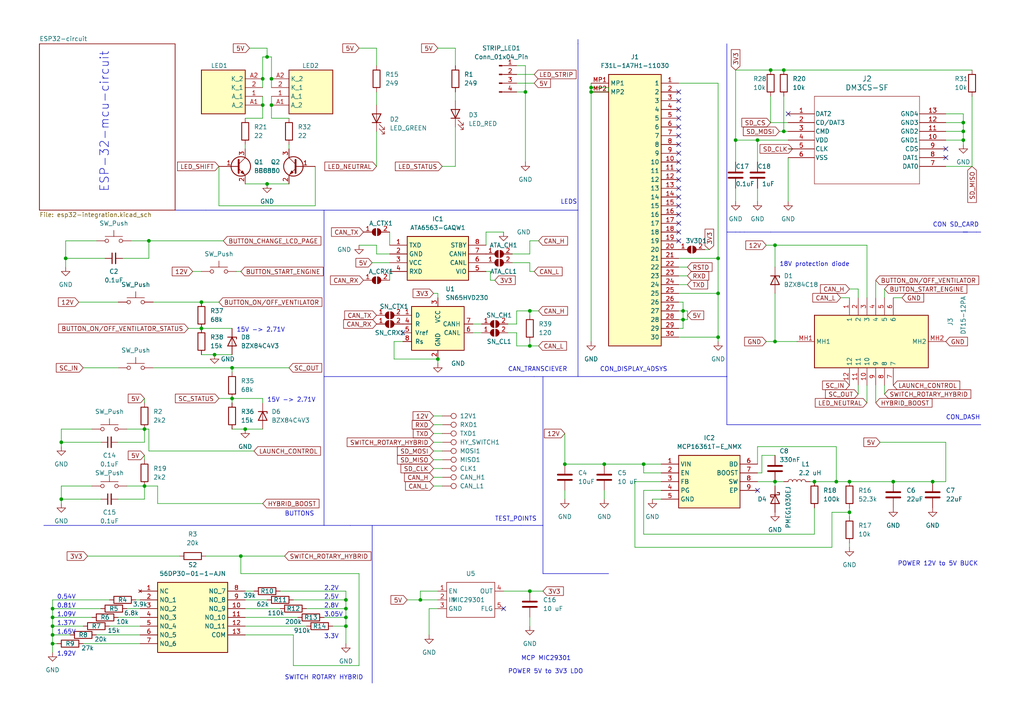
<source format=kicad_sch>
(kicad_sch (version 20231120) (generator "eeschema") (generator_version "8.0")
  (paper "A4")
  (title_block (title "DR-05 DASHBOARD") (date "2024-03-24") (rev "V2.0") (company "UPBDRIVE") (comment 1 "tudor.marculescu@stud.etti.upb.ro ") (comment 2 "drawn by: Marculescu Tudor"))
  (junction (at 58.42 95.25))
  (junction (at 171.45 26.67))
  (junction (at 67.31 115.57))
  (junction (at 224.79 139.7))
  (junction (at 175.26 134.62))
  (junction (at 208.28 85.09))
  (junction (at 58.42 87.63))
  (junction (at 77.47 53.34))
  (junction (at 246.38 148.59))
  (junction (at 15.24 176.53))
  (junction (at 163.83 134.62))
  (junction (at 78.74 22.86))
  (junction (at 43.18 69.85))
  (junction (at 17.78 144.78))
  (junction (at 76.2 30.48))
  (junction (at 15.24 179.07))
  (junction (at 208.28 74.93))
  (junction (at 213.36 40.64))
  (junction (at 100.33 173.99))
  (junction (at 270.51 139.7))
  (junction (at 153.67 171.45))
  (junction (at 242.57 139.7))
  (junction (at 15.24 184.15))
  (junction (at 259.08 139.7))
  (junction (at 77.47 16.51))
  (junction (at 100.33 179.07))
  (junction (at 121.92 173.99))
  (junction (at 227.33 20.32))
  (junction (at 152.4 26.67))
  (junction (at 67.31 106.68))
  (junction (at 15.24 181.61))
  (junction (at 100.33 181.61))
  (junction (at 41.91 140.97))
  (junction (at 76.2 22.86))
  (junction (at 279.4 35.56))
  (junction (at 17.78 128.27))
  (junction (at 171.45 25.4))
  (junction (at 41.91 124.46))
  (junction (at 198.12 92.71))
  (junction (at 224.79 99.06))
  (junction (at 219.71 40.64))
  (junction (at 127 104.14))
  (junction (at 279.4 38.1))
  (junction (at 246.38 139.7))
  (junction (at 69.85 161.29))
  (junction (at 62.23 102.87))
  (junction (at 78.74 30.48))
  (junction (at 198.12 90.17))
  (junction (at 208.28 97.79))
  (junction (at 15.24 186.69))
  (junction (at 100.33 176.53))
  (junction (at 223.52 20.32))
  (junction (at 236.22 139.7))
  (junction (at 19.05 74.93))
  (junction (at 153.67 100.33))
  (junction (at 71.12 124.46))
  (junction (at 186.69 134.62))
  (junction (at 224.79 71.12))
  (junction (at 227.33 38.1))
  (junction (at 279.4 40.64))
  (junction (at 153.67 90.17))
  (no_connect (at 196.85 49.53))
  (no_connect (at 116.84 96.52))
  (no_connect (at 196.85 36.83))
  (no_connect (at 196.85 26.67))
  (no_connect (at 196.85 54.61))
  (no_connect (at 196.85 39.37))
  (no_connect (at 196.85 62.23))
  (no_connect (at 196.85 69.85))
  (no_connect (at 196.85 31.75))
  (no_connect (at 196.85 46.99))
  (no_connect (at 196.85 29.21))
  (no_connect (at 196.85 34.29))
  (no_connect (at 274.32 43.18))
  (no_connect (at 196.85 57.15))
  (no_connect (at 196.85 64.77))
  (no_connect (at 196.85 41.91))
  (no_connect (at 274.32 45.72))
  (no_connect (at 219.71 142.24))
  (no_connect (at 196.85 44.45))
  (no_connect (at 196.85 67.31))
  (no_connect (at 228.6 33.02))
  (no_connect (at 196.85 52.07))
  (no_connect (at 196.85 59.69))
  (no_connect (at 146.05 176.53))
  (wire (pts (xy 71.12 41.91) (xy 71.12 43.18)))
  (wire (pts (xy 54.61 95.25) (xy 58.42 95.25)))
  (wire (pts (xy 58.42 78.74) (xy 55.88 78.74)))
  (wire (pts (xy 236.22 139.7) (xy 242.57 139.7)))
  (wire (pts (xy 153.67 78.74) (xy 154.94 78.74)))
  (wire (pts (xy 24.13 181.61) (xy 15.24 181.61)))
  (wire (pts (xy 91.44 48.26) (xy 91.44 59.69)))
  (polyline (pts (xy 107.95 152.4) (xy 107.95 198.12)))
  (wire (pts (xy 219.71 129.54) (xy 242.57 129.54)))
  (wire (pts (xy 114.3 104.14) (xy 127 104.14)))
  (wire (pts (xy 149.86 100.33) (xy 153.67 100.33)))
  (wire (pts (xy 199.39 90.17) (xy 198.12 90.17)))
  (wire (pts (xy 44.45 87.63) (xy 58.42 87.63)))
  (wire (pts (xy 77.47 53.34) (xy 83.82 53.34)))
  (wire (pts (xy 68.58 78.74) (xy 69.85 78.74)))
  (wire (pts (xy 83.82 43.18) (xy 83.82 41.91)))
  (wire (pts (xy 196.85 80.01) (xy 199.39 80.01)))
  (wire (pts (xy 88.9 176.53) (xy 100.33 176.53)))
  (wire (pts (xy 234.95 139.7) (xy 236.22 139.7)))
  (wire (pts (xy 41.91 132.08) (xy 41.91 133.35)))
  (wire (pts (xy 140.97 67.31) (xy 140.97 71.12)))
  (wire (pts (xy 243.84 86.36) (xy 246.38 86.36)))
  (wire (pts (xy 224.79 132.08) (xy 220.98 132.08)))
  (wire (pts (xy 152.4 26.67) (xy 152.4 46.99)))
  (wire (pts (xy 208.28 97.79) (xy 208.28 85.09)))
  (wire (pts (xy 241.3 148.59) (xy 246.38 148.59)))
  (wire (pts (xy 153.67 99.06) (xy 153.67 100.33)))
  (polyline (pts (xy 93.98 60.96) (xy 93.98 152.4)))
  (wire (pts (xy 184.15 139.7) (xy 191.77 139.7)))
  (wire (pts (xy 279.4 33.02) (xy 279.4 35.56)))
  (wire (pts (xy 224.79 139.7) (xy 227.33 139.7)))
  (wire (pts (xy 274.32 128.27) (xy 274.32 139.7)))
  (wire (pts (xy 34.29 106.68) (xy 24.13 106.68)))
  (polyline (pts (xy 214.63 67.31) (xy 215.9 67.31)))
  (wire (pts (xy 76.2 115.57) (xy 76.2 116.84)))
  (polyline (pts (xy 154.94 109.22) (xy 210.82 109.22)))
  (wire (pts (xy 109.22 19.05) (xy 109.22 13.97)))
  (polyline (pts (xy 223.52 67.31) (xy 279.4 67.31)))
  (wire (pts (xy 77.47 53.34) (xy 71.12 53.34)))
  (wire (pts (xy 227.33 20.32) (xy 281.94 20.32)))
  (wire (pts (xy 85.09 173.99) (xy 100.33 173.99)))
  (wire (pts (xy 17.78 128.27) (xy 29.21 128.27)))
  (wire (pts (xy 85.09 193.04) (xy 85.09 184.15)))
  (wire (pts (xy 78.74 16.51) (xy 78.74 22.86)))
  (wire (pts (xy 163.83 134.62) (xy 175.26 134.62)))
  (wire (pts (xy 17.78 144.78) (xy 17.78 140.97)))
  (polyline (pts (xy 167.64 11.43) (xy 167.64 12.7)))
  (wire (pts (xy 175.26 134.62) (xy 186.69 134.62)))
  (wire (pts (xy 259.08 86.36) (xy 261.62 86.36)))
  (wire (pts (xy 236.22 147.32) (xy 236.22 154.94)))
  (wire (pts (xy 196.85 74.93) (xy 208.28 74.93)))
  (polyline (pts (xy 236.22 123.19) (xy 284.48 123.19)))
  (wire (pts (xy 125.73 138.43) (xy 128.27 138.43)))
  (wire (pts (xy 76.2 34.29) (xy 76.2 30.48)))
  (wire (pts (xy 213.36 46.99) (xy 213.36 40.64)))
  (wire (pts (xy 270.51 139.7) (xy 274.32 139.7)))
  (wire (pts (xy 208.28 24.13) (xy 196.85 24.13)))
  (wire (pts (xy 113.03 81.28) (xy 113.03 78.74)))
  (polyline (pts (xy 101.6 152.4) (xy 151.13 152.4)))
  (wire (pts (xy 220.98 132.08) (xy 220.98 137.16)))
  (wire (pts (xy 149.86 24.13) (xy 154.94 24.13)))
  (wire (pts (xy 29.21 176.53) (xy 15.24 176.53)))
  (wire (pts (xy 198.12 87.63) (xy 198.12 90.17)))
  (wire (pts (xy 149.86 93.98) (xy 147.32 93.98)))
  (wire (pts (xy 67.31 106.68) (xy 83.82 106.68)))
  (wire (pts (xy 43.18 130.81) (xy 43.18 124.46)))
  (wire (pts (xy 213.36 20.32) (xy 223.52 20.32)))
  (wire (pts (xy 248.92 111.76) (xy 248.92 114.3)))
  (wire (pts (xy 227.33 38.1) (xy 226.06 38.1)))
  (polyline (pts (xy 12.7 152.4) (xy 101.6 152.4)))
  (wire (pts (xy 248.92 83.82) (xy 248.92 86.36)))
  (wire (pts (xy 198.12 95.25) (xy 198.12 92.71)))
  (wire (pts (xy 31.75 173.99) (xy 15.24 173.99)))
  (wire (pts (xy 43.18 69.85) (xy 38.1 69.85)))
  (wire (pts (xy 125.73 123.19) (xy 128.27 123.19)))
  (wire (pts (xy 127 105.41) (xy 127 104.14)))
  (wire (pts (xy 109.22 71.12) (xy 109.22 73.66)))
  (wire (pts (xy 17.78 140.97) (xy 26.67 140.97)))
  (wire (pts (xy 176.53 25.4) (xy 176.53 26.67)))
  (wire (pts (xy 146.05 171.45) (xy 153.67 171.45)))
  (wire (pts (xy 63.5 59.69) (xy 63.5 48.26)))
  (wire (pts (xy 256.54 83.82) (xy 256.54 86.36)))
  (wire (pts (xy 171.45 25.4) (xy 171.45 26.67)))
  (wire (pts (xy 100.33 181.61) (xy 100.33 186.69)))
  (polyline (pts (xy 279.4 67.31) (xy 283.21 67.31)))
  (wire (pts (xy 163.83 125.73) (xy 163.83 134.62)))
  (wire (pts (xy 58.42 95.25) (xy 67.31 95.25)))
  (wire (pts (xy 125.73 85.09) (xy 127 85.09)))
  (wire (pts (xy 100.33 173.99) (xy 100.33 176.53)))
  (wire (pts (xy 76.2 22.86) (xy 76.2 25.4)))
  (polyline (pts (xy 167.64 60.96) (xy 167.64 12.7)))
  (wire (pts (xy 254 111.76) (xy 254 116.84)))
  (wire (pts (xy 41.91 144.78) (xy 41.91 140.97)))
  (wire (pts (xy 91.44 59.69) (xy 63.5 59.69)))
  (wire (pts (xy 224.79 99.06) (xy 231.14 99.06)))
  (wire (pts (xy 113.03 67.31) (xy 113.03 71.12)))
  (wire (pts (xy 241.3 158.75) (xy 241.3 148.59)))
  (wire (pts (xy 246.38 158.75) (xy 246.38 157.48)))
  (wire (pts (xy 107.95 76.2) (xy 113.03 76.2)))
  (wire (pts (xy 196.85 97.79) (xy 208.28 97.79)))
  (wire (pts (xy 109.22 48.26) (xy 109.22 38.1)))
  (wire (pts (xy 242.57 129.54) (xy 242.57 139.7)))
  (wire (pts (xy 279.4 41.91) (xy 279.4 40.64)))
  (wire (pts (xy 27.94 184.15) (xy 40.64 184.15)))
  (wire (pts (xy 67.31 106.68) (xy 67.31 107.95)))
  (wire (pts (xy 85.09 184.15) (xy 71.12 184.15)))
  (wire (pts (xy 132.08 13.97) (xy 127 13.97)))
  (wire (pts (xy 255.27 128.27) (xy 274.32 128.27)))
  (wire (pts (xy 152.4 19.05) (xy 152.4 26.67)))
  (wire (pts (xy 223.52 20.32) (xy 227.33 20.32)))
  (wire (pts (xy 109.22 73.66) (xy 113.03 73.66)))
  (wire (pts (xy 41.91 124.46) (xy 41.91 128.27)))
  (wire (pts (xy 19.05 69.85) (xy 19.05 74.93)))
  (wire (pts (xy 24.13 186.69) (xy 40.64 186.69)))
  (wire (pts (xy 124.46 176.53) (xy 127 176.53)))
  (wire (pts (xy 171.45 26.67) (xy 176.53 26.67)))
  (wire (pts (xy 43.18 124.46) (xy 41.91 124.46)))
  (wire (pts (xy 109.22 13.97) (xy 104.14 13.97)))
  (wire (pts (xy 125.73 120.65) (xy 128.27 120.65)))
  (wire (pts (xy 58.42 87.63) (xy 63.5 87.63)))
  (wire (pts (xy 36.83 176.53) (xy 40.64 176.53)))
  (wire (pts (xy 69.85 161.29) (xy 82.55 161.29)))
  (wire (pts (xy 219.71 134.62) (xy 219.71 129.54)))
  (polyline (pts (xy 167.64 60.96) (xy 167.64 109.22)))
  (wire (pts (xy 77.47 16.51) (xy 78.74 16.51)))
  (wire (pts (xy 83.82 34.29) (xy 78.74 34.29)))
  (wire (pts (xy 67.31 115.57) (xy 76.2 115.57)))
  (wire (pts (xy 62.23 102.87) (xy 67.31 102.87)))
  (wire (pts (xy 43.18 130.81) (xy 73.66 130.81)))
  (wire (pts (xy 259.08 139.7) (xy 270.51 139.7)))
  (wire (pts (xy 132.08 36.83) (xy 132.08 48.26)))
  (wire (pts (xy 39.37 173.99) (xy 40.64 173.99)))
  (wire (pts (xy 227.33 27.94) (xy 227.33 38.1)))
  (wire (pts (xy 93.98 179.07) (xy 100.33 179.07)))
  (wire (pts (xy 219.71 40.64) (xy 228.6 40.64)))
  (wire (pts (xy 213.36 54.61) (xy 213.36 58.42)))
  (wire (pts (xy 73.66 171.45) (xy 71.12 171.45)))
  (wire (pts (xy 198.12 92.71) (xy 199.39 92.71)))
  (wire (pts (xy 142.24 78.74) (xy 140.97 78.74)))
  (polyline (pts (xy 93.98 109.22) (xy 154.94 109.22)))
  (wire (pts (xy 246.38 147.32) (xy 246.38 148.59)))
  (wire (pts (xy 140.97 67.31) (xy 146.05 67.31)))
  (wire (pts (xy 223.52 35.56) (xy 228.6 35.56)))
  (wire (pts (xy 186.69 134.62) (xy 191.77 134.62)))
  (wire (pts (xy 184.15 158.75) (xy 241.3 158.75)))
  (wire (pts (xy 196.85 87.63) (xy 198.12 87.63)))
  (wire (pts (xy 274.32 38.1) (xy 279.4 38.1)))
  (wire (pts (xy 224.79 71.12) (xy 251.46 71.12)))
  (wire (pts (xy 77.47 16.51) (xy 77.47 13.97)))
  (wire (pts (xy 132.08 48.26) (xy 128.27 48.26)))
  (wire (pts (xy 34.29 87.63) (xy 22.86 87.63)))
  (wire (pts (xy 175.26 142.24) (xy 175.26 144.78)))
  (wire (pts (xy 20.32 184.15) (xy 15.24 184.15)))
  (wire (pts (xy 41.91 140.97) (xy 45.72 140.97)))
  (wire (pts (xy 104.14 193.04) (xy 104.14 166.37)))
  (polyline (pts (xy 210.82 109.22) (xy 210.82 109.22)))
  (wire (pts (xy 17.78 146.05) (xy 17.78 144.78)))
  (wire (pts (xy 186.69 137.16) (xy 186.69 134.62)))
  (wire (pts (xy 104.14 166.37) (xy 69.85 166.37)))
  (wire (pts (xy 58.42 102.87) (xy 62.23 102.87)))
  (polyline (pts (xy 210.82 109.22) (xy 210.82 109.22)))
  (wire (pts (xy 125.73 135.89) (xy 128.27 135.89)))
  (wire (pts (xy 125.73 130.81) (xy 128.27 130.81)))
  (wire (pts (xy 17.78 144.78) (xy 29.21 144.78)))
  (wire (pts (xy 45.72 146.05) (xy 45.72 140.97)))
  (wire (pts (xy 228.6 38.1) (xy 227.33 38.1)))
  (polyline (pts (xy 210.82 67.31) (xy 213.36 67.31)))
  (wire (pts (xy 76.2 16.51) (xy 76.2 22.86)))
  (wire (pts (xy 279.4 38.1) (xy 279.4 40.64)))
  (wire (pts (xy 86.36 179.07) (xy 71.12 179.07)))
  (wire (pts (xy 208.28 74.93) (xy 208.28 24.13)))
  (polyline (pts (xy 210.82 12.7) (xy 210.82 109.22)))
  (wire (pts (xy 229.87 43.18) (xy 228.6 43.18)))
  (wire (pts (xy 88.9 181.61) (xy 71.12 181.61)))
  (wire (pts (xy 196.85 85.09) (xy 208.28 85.09)))
  (wire (pts (xy 148.59 76.2) (xy 153.67 76.2)))
  (wire (pts (xy 132.08 26.67) (xy 132.08 29.21)))
  (wire (pts (xy 274.32 40.64) (xy 279.4 40.64)))
  (polyline (pts (xy 151.13 152.4) (xy 157.48 152.4)))
  (wire (pts (xy 59.69 161.29) (xy 69.85 161.29)))
  (wire (pts (xy 153.67 69.85) (xy 153.67 73.66)))
  (polyline (pts (xy 50.8 60.96) (xy 59.69 60.96)))
  (wire (pts (xy 67.31 115.57) (xy 67.31 116.84)))
  (wire (pts (xy 15.24 179.07) (xy 15.24 181.61)))
  (wire (pts (xy 228.6 45.72) (xy 228.6 58.42)))
  (wire (pts (xy 153.67 90.17) (xy 153.67 91.44)))
  (wire (pts (xy 78.74 30.48) (xy 78.74 34.29)))
  (wire (pts (xy 219.71 40.64) (xy 219.71 46.99)))
  (wire (pts (xy 153.67 181.61) (xy 153.67 179.07)))
  (wire (pts (xy 171.45 26.67) (xy 171.45 99.06)))
  (wire (pts (xy 219.71 139.7) (xy 224.79 139.7)))
  (wire (pts (xy 149.86 90.17) (xy 149.86 93.98)))
  (wire (pts (xy 149.86 96.52) (xy 147.32 96.52)))
  (wire (pts (xy 137.16 96.52) (xy 139.7 96.52)))
  (wire (pts (xy 251.46 111.76) (xy 251.46 116.84)))
  (wire (pts (xy 153.67 78.74) (xy 153.67 76.2)))
  (wire (pts (xy 219.71 54.61) (xy 219.71 58.42)))
  (wire (pts (xy 43.18 69.85) (xy 64.77 69.85)))
  (polyline (pts (xy 59.69 60.96) (xy 93.98 60.96)))
  (wire (pts (xy 17.78 129.54) (xy 17.78 128.27)))
  (wire (pts (xy 118.11 173.99) (xy 121.92 173.99)))
  (wire (pts (xy 281.94 27.94) (xy 281.94 48.26)))
  (polyline (pts (xy 157.48 166.37) (xy 176.53 166.37)))
  (polyline (pts (xy 210.82 123.19) (xy 236.22 123.19)))
  (polyline (pts (xy 213.36 67.31) (xy 214.63 67.31)))
  (wire (pts (xy 41.91 124.46) (xy 36.83 124.46)))
  (wire (pts (xy 100.33 171.45) (xy 100.33 173.99)))
  (wire (pts (xy 127 171.45) (xy 121.92 171.45)))
  (wire (pts (xy 196.85 90.17) (xy 198.12 90.17)))
  (wire (pts (xy 116.84 99.06) (xy 114.3 99.06)))
  (wire (pts (xy 19.05 69.85) (xy 27.94 69.85)))
  (wire (pts (xy 153.67 100.33) (xy 156.21 100.33)))
  (wire (pts (xy 15.24 173.99) (xy 15.24 176.53)))
  (wire (pts (xy 124.46 176.53) (xy 124.46 184.15)))
  (wire (pts (xy 121.92 171.45) (xy 121.92 173.99)))
  (wire (pts (xy 41.91 115.57) (xy 41.91 116.84)))
  (wire (pts (xy 41.91 140.97) (xy 36.83 140.97)))
  (wire (pts (xy 104.14 193.04) (xy 85.09 193.04)))
  (wire (pts (xy 78.74 27.94) (xy 78.74 30.48)))
  (wire (pts (xy 34.29 144.78) (xy 41.91 144.78)))
  (wire (pts (xy 43.18 74.93) (xy 43.18 69.85)))
  (wire (pts (xy 77.47 173.99) (xy 71.12 173.99)))
  (wire (pts (xy 199.39 90.17) (xy 199.39 92.71)))
  (wire (pts (xy 196.85 77.47) (xy 199.39 77.47)))
  (wire (pts (xy 15.24 184.15) (xy 15.24 186.69)))
  (wire (pts (xy 16.51 186.69) (xy 15.24 186.69)))
  (wire (pts (xy 251.46 71.12) (xy 251.46 86.36)))
  (wire (pts (xy 15.24 186.69) (xy 15.24 189.23)))
  (wire (pts (xy 223.52 27.94) (xy 223.52 35.56)))
  (wire (pts (xy 142.24 81.28) (xy 142.24 78.74)))
  (wire (pts (xy 17.78 124.46) (xy 26.67 124.46)))
  (polyline (pts (xy 279.4 67.31) (xy 280.67 67.31)))
  (wire (pts (xy 77.47 13.97) (xy 72.39 13.97)))
  (wire (pts (xy 256.54 111.76) (xy 256.54 114.3)))
  (polyline (pts (xy 215.9 67.31) (xy 223.52 67.31)))
  (wire (pts (xy 186.69 142.24) (xy 186.69 154.94)))
  (wire (pts (xy 125.73 125.73) (xy 128.27 125.73)))
  (wire (pts (xy 213.36 20.32) (xy 213.36 40.64)))
  (wire (pts (xy 31.75 181.61) (xy 40.64 181.61)))
  (wire (pts (xy 45.72 146.05) (xy 76.2 146.05)))
  (wire (pts (xy 246.38 139.7) (xy 259.08 139.7)))
  (wire (pts (xy 224.79 85.09) (xy 224.79 99.06)))
  (wire (pts (xy 109.22 26.67) (xy 109.22 30.48)))
  (wire (pts (xy 186.69 154.94) (xy 236.22 154.94)))
  (wire (pts (xy 25.4 161.29) (xy 52.07 161.29)))
  (wire (pts (xy 198.12 90.17) (xy 198.12 92.71)))
  (wire (pts (xy 246.38 148.59) (xy 246.38 149.86)))
  (wire (pts (xy 205.74 72.39) (xy 204.47 72.39)))
  (wire (pts (xy 242.57 139.7) (xy 246.38 139.7)))
  (wire (pts (xy 152.4 19.05) (xy 149.86 19.05)))
  (wire (pts (xy 149.86 90.17) (xy 153.67 90.17)))
  (wire (pts (xy 44.45 106.68) (xy 67.31 106.68)))
  (wire (pts (xy 142.24 81.28) (xy 143.51 81.28)))
  (wire (pts (xy 153.67 171.45) (xy 157.48 171.45)))
  (wire (pts (xy 163.83 142.24) (xy 163.83 144.78)))
  (wire (pts (xy 220.98 137.16) (xy 219.71 137.16)))
  (wire (pts (xy 114.3 99.06) (xy 114.3 104.14)))
  (wire (pts (xy 81.28 171.45) (xy 100.33 171.45)))
  (wire (pts (xy 76.2 124.46) (xy 71.12 124.46)))
  (wire (pts (xy 137.16 93.98) (xy 139.7 93.98)))
  (wire (pts (xy 224.79 139.7) (xy 224.79 140.97)))
  (wire (pts (xy 78.74 22.86) (xy 78.74 25.4)))
  (wire (pts (xy 184.15 139.7) (xy 184.15 158.75)))
  (wire (pts (xy 254 81.28) (xy 254 86.36)))
  (wire (pts (xy 15.24 181.61) (xy 15.24 184.15)))
  (wire (pts (xy 156.21 69.85) (xy 153.67 69.85)))
  (wire (pts (xy 208.28 97.79) (xy 208.28 99.06)))
  (wire (pts (xy 279.4 33.02) (xy 274.32 33.02)))
  (wire (pts (xy 191.77 137.16) (xy 186.69 137.16)))
  (wire (pts (xy 171.45 25.4) (xy 176.53 25.4)))
  (wire (pts (xy 153.67 90.17) (xy 156.21 90.17)))
  (wire (pts (xy 213.36 40.64) (xy 219.71 40.64)))
  (wire (pts (xy 191.77 144.78) (xy 189.23 144.78)))
  (wire (pts (xy 222.25 99.06) (xy 224.79 99.06)))
  (wire (pts (xy 281.94 48.26) (xy 274.32 48.26)))
  (wire (pts (xy 224.79 77.47) (xy 224.79 71.12)))
  (wire (pts (xy 196.85 92.71) (xy 198.12 92.71)))
  (wire (pts (xy 15.24 176.53) (xy 15.24 179.07)))
  (wire (pts (xy 81.28 176.53) (xy 71.12 176.53)))
  (polyline (pts (xy 157.48 152.4) (xy 157.48 166.37)))
  (wire (pts (xy 19.05 74.93) (xy 19.05 77.47)))
  (wire (pts (xy 76.2 27.94) (xy 76.2 30.48)))
  (wire (pts (xy 279.4 35.56) (xy 279.4 38.1)))
  (wire (pts (xy 248.92 83.82) (xy 246.38 83.82)))
  (wire (pts (xy 69.85 166.37) (xy 69.85 161.29)))
  (wire (pts (xy 149.86 21.59) (xy 154.94 21.59)))
  (wire (pts (xy 96.52 181.61) (xy 100.33 181.61)))
  (wire (pts (xy 222.25 71.12) (xy 224.79 71.12)))
  (wire (pts (xy 132.08 19.05) (xy 132.08 13.97)))
  (wire (pts (xy 71.12 124.46) (xy 67.31 124.46)))
  (wire (pts (xy 34.29 128.27) (xy 41.91 128.27)))
  (wire (pts (xy 71.12 34.29) (xy 76.2 34.29)))
  (wire (pts (xy 125.73 128.27) (xy 128.27 128.27)))
  (wire (pts (xy 63.5 115.57) (xy 67.31 115.57)))
  (wire (pts (xy 152.4 26.67) (xy 149.86 26.67)))
  (wire (pts (xy 77.47 16.51) (xy 76.2 16.51)))
  (wire (pts (xy 121.92 173.99) (xy 127 173.99)))
  (polyline (pts (xy 157.48 109.22) (xy 157.48 152.4)))
  (wire (pts (xy 34.29 179.07) (xy 40.64 179.07)))
  (wire (pts (xy 208.28 74.93) (xy 208.28 85.09)))
  (wire (pts (xy 196.85 95.25) (xy 198.12 95.25)))
  (wire (pts (xy 148.59 73.66) (xy 153.67 73.66)))
  (wire (pts (xy 171.45 24.13) (xy 171.45 25.4)))
  (polyline (pts (xy 210.82 123.19) (xy 210.82 109.22)))
  (wire (pts (xy 100.33 179.07) (xy 100.33 181.61)))
  (wire (pts (xy 100.33 176.53) (xy 100.33 179.07)))
  (wire (pts (xy 274.32 35.56) (xy 279.4 35.56)))
  (wire (pts (xy 125.73 133.35) (xy 128.27 133.35)))
  (polyline (pts (xy 283.21 67.31) (xy 284.48 67.31)))
  (wire (pts (xy 26.67 179.07) (xy 15.24 179.07)))
  (wire (pts (xy 109.22 71.12) (xy 104.14 71.12)))
  (wire (pts (xy 127 85.09) (xy 127 86.36)))
  (wire (pts (xy 186.69 142.24) (xy 191.77 142.24)))
  (wire (pts (xy 196.85 82.55) (xy 199.39 82.55)))
  (wire (pts (xy 149.86 100.33) (xy 149.86 96.52)))
  (wire (pts (xy 125.73 140.97) (xy 128.27 140.97)))
  (wire (pts (xy 35.56 74.93) (xy 43.18 74.93)))
  (polyline (pts (xy 93.98 60.96) (xy 167.64 60.96)))
  (wire (pts (xy 17.78 128.27) (xy 17.78 124.46)))
  (wire (pts (xy 19.05 74.93) (xy 30.48 74.93)))
  (text "2.2V\n" (at 93.98 171.45 0) (effects (font (size 1.27 1.27)) (justify left bottom)))
  (text "1.37V\n" (at 16.51 181.61 0) (effects (font (size 1.27 1.27)) (justify left bottom)))
  (text "BUTTONS\n" (at 82.55 149.86 0) (effects (font (size 1.27 1.27)) (justify left bottom)))
  (text "1.65V\n" (at 16.51 184.15 0) (effects (font (size 1.27 1.27)) (justify left bottom)))
  (text "TEST_POINTS\n\n\n\n" (at 143.51 157.48 0) (effects (font (size 1.27 1.27)) (justify left bottom)))
  (text "POWER 5V to 3V3 LDO\n" (at 147.32 195.58 0) (effects (font (size 1.27 1.27)) (justify left bottom)))
  (text "0.54V\n" (at 16.51 173.99 0) (effects (font (size 1.27 1.27)) (justify left bottom)))
  (text "CON SD_CARD \n" (at 270.51 66.04 0) (effects (font (size 1.27 1.27)) (justify left bottom)))
  (text "LEDS\n\n\n" (at 162.56 63.5 0) (effects (font (size 1.27 1.27)) (justify left bottom)))
  (text "3.3V\n" (at 93.98 185.42 0) (effects (font (size 1.27 1.27)) (justify left bottom)))
  (text "CON_DASH\n" (at 274.32 121.92 0) (effects (font (size 1.27 1.27)) (justify left bottom)))
  (text "CAN_TRANSCIEVER" (at 147.32 107.95 0) (effects (font (size 1.27 1.27)) (justify left bottom)))
  (text "15V -> 2.71V" (at 77.47 116.84 0) (effects (font (size 1.27 1.27)) (justify left bottom)))
  (text "0.81V\n" (at 16.51 176.53 0) (effects (font (size 1.27 1.27)) (justify left bottom)))
  (text "15V -> 2.71V" (at 68.58 96.52 0) (effects (font (size 1.27 1.27)) (justify left bottom)))
  (text "SWITCH ROTARY HYBRID\n\n" (at 82.55 199.39 0) (effects (font (size 1.27 1.27)) (justify left bottom)))
  (text "2.8V\n" (at 93.98 176.53 0) (effects (font (size 1.27 1.27)) (justify left bottom)))
  (text "CON_DISPLAY_4DSYS" (at 173.99 107.95 0) (effects (font (size 1.27 1.27)) (justify left bottom)))
  (text "1.92V\n" (at 16.51 190.5 0) (effects (font (size 1.27 1.27)) (justify left bottom)))
  (text "2.5V\n" (at 93.98 173.99 0) (effects (font (size 1.27 1.27)) (justify left bottom)))
  (text "1.09V\n" (at 16.51 179.07 0) (effects (font (size 1.27 1.27)) (justify left bottom)))
  (text "3.05V\n" (at 93.98 179.07 0) (effects (font (size 1.27 1.27)) (justify left bottom)))
  (text "ESP-32-mcu-circuit" (at 31.75 55.88 90) (effects (font (size 2.5 2.5)) (justify left bottom)))
  (text "POWER 12V to 5V BUCK\n\n" (at 260.35 166.37 0) (effects (font (size 1.27 1.27)) (justify left bottom)))
  (text "18V protection diode" (at 226.06 77.47 0) (effects (font (size 1.27 1.27)) (justify left bottom)))
  (text "MCP MIC29301" (at 151.13 191.77 0) (effects (font (size 1.27 1.27)) (justify left bottom)))
  (global_label "CAN_H" (shape input) (at 156.21 90.17 0) (property "Intersheetrefs" "${INTERSHEET_REFS}" (effects (hide yes))))
  (global_label "HYBRID_BOOST" (shape input) (at 254 116.84 0) (property "Intersheetrefs" "${INTERSHEET_REFS}" (effects (hide yes))))
  (global_label "5V" (shape input) (at 41.91 132.08 180) (property "Intersheetrefs" "${INTERSHEET_REFS}" (effects (hide yes))))
  (global_label "HYBRID_BOOST" (shape input) (at 76.2 146.05 0) (property "Intersheetrefs" "${INTERSHEET_REFS}" (effects (hide yes))))
  (global_label "SWITCH_ROTARY_HYBRID" (shape input) (at 82.55 161.29 0) (property "Intersheetrefs" "${INTERSHEET_REFS}" (effects (hide yes))))
  (global_label "RXD" (shape input) (at 199.39 80.01 0) (property "Intersheetrefs" "${INTERSHEET_REFS}" (effects (hide yes))))
  (global_label "3V3" (shape input) (at 205.74 72.39 90) (property "Intersheetrefs" "${INTERSHEET_REFS}" (effects (hide yes))))
  (global_label "SD_MISO" (shape input) (at 125.73 133.35 180) (property "Intersheetrefs" "${INTERSHEET_REFS}" (effects (hide yes))))
  (global_label "CAN_L" (shape input) (at 243.84 86.36 180) (property "Intersheetrefs" "${INTERSHEET_REFS}" (effects (hide yes))))
  (global_label "BUTTON_ON{slash}OFF_VENTILATOR_STATUS" (shape input) (at 54.61 95.25 180) (property "Intersheetrefs" "${INTERSHEET_REFS}" (effects (hide yes))))
  (global_label "5V" (shape input) (at 255.27 128.27 180) (property "Intersheetrefs" "${INTERSHEET_REFS}" (effects (hide yes))))
  (global_label "5V" (shape input) (at 154.94 24.13 0) (property "Intersheetrefs" "${INTERSHEET_REFS}" (effects (hide yes))))
  (global_label "12V" (shape input) (at 222.25 71.12 180) (property "Intersheetrefs" "${INTERSHEET_REFS}" (effects (hide yes))))
  (global_label "SC_IN" (shape input) (at 246.38 111.76 180) (property "Intersheetrefs" "${INTERSHEET_REFS}" (effects (hide yes))))
  (global_label "SC_OUT" (shape input) (at 83.82 106.68 0) (property "Intersheetrefs" "${INTERSHEET_REFS}" (effects (hide yes))))
  (global_label "3V3" (shape input) (at 157.48 171.45 0) (property "Intersheetrefs" "${INTERSHEET_REFS}" (effects (hide yes))))
  (global_label "5V" (shape input) (at 107.95 76.2 180) (property "Intersheetrefs" "${INTERSHEET_REFS}" (effects (hide yes))))
  (global_label "CAN_TX" (shape input) (at 109.22 91.44 180) (property "Intersheetrefs" "${INTERSHEET_REFS}" (effects (hide yes))))
  (global_label "SC_STATUS" (shape input) (at 63.5 115.57 180) (property "Intersheetrefs" "${INTERSHEET_REFS}" (effects (hide yes))))
  (global_label "CAN_L" (shape input) (at 154.94 78.74 0) (property "Intersheetrefs" "${INTERSHEET_REFS}" (effects (hide yes))))
  (global_label "TXD" (shape input) (at 199.39 82.55 0) (property "Intersheetrefs" "${INTERSHEET_REFS}" (effects (hide yes))))
  (global_label "5V" (shape input) (at 118.11 173.99 180) (property "Intersheetrefs" "${INTERSHEET_REFS}" (effects (hide yes))))
  (global_label "LED_STRIP" (shape input) (at 154.94 21.59 0) (property "Intersheetrefs" "${INTERSHEET_REFS}" (effects (hide yes))))
  (global_label "SC_OUT" (shape input) (at 248.92 114.3 180) (property "Intersheetrefs" "${INTERSHEET_REFS}" (effects (hide yes))))
  (global_label "CAN_H" (shape input) (at 246.38 83.82 180) (property "Intersheetrefs" "${INTERSHEET_REFS}" (effects (hide yes))))
  (global_label "LED_SHIFT" (shape input) (at 63.5 48.26 180) (property "Intersheetrefs" "${INTERSHEET_REFS}" (effects (hide yes))))
  (global_label "5V" (shape input) (at 104.14 13.97 180) (property "Intersheetrefs" "${INTERSHEET_REFS}" (effects (hide yes))))
  (global_label "CAN_L" (shape input) (at 156.21 100.33 0) (property "Intersheetrefs" "${INTERSHEET_REFS}" (effects (hide yes))))
  (global_label "GND" (shape input) (at 261.62 86.36 0) (property "Intersheetrefs" "${INTERSHEET_REFS}" (effects (hide yes))))
  (global_label "LAUNCH_CONTROL" (shape input) (at 73.66 130.81 0) (property "Intersheetrefs" "${INTERSHEET_REFS}" (effects (hide yes))))
  (global_label "CAN_L" (shape input) (at 125.73 140.97 180) (property "Intersheetrefs" "${INTERSHEET_REFS}" (effects (hide yes))))
  (global_label "GND" (shape input) (at 274.32 99.06 0) (property "Intersheetrefs" "${INTERSHEET_REFS}" (effects (hide yes))))
  (global_label "LED_NEUTRAL" (shape input) (at 109.22 48.26 180) (property "Intersheetrefs" "${INTERSHEET_REFS}" (effects (hide yes))))
  (global_label "CAN_RX" (shape input) (at 105.41 81.28 180) (property "Intersheetrefs" "${INTERSHEET_REFS}" (effects (hide yes))))
  (global_label "5V" (shape input) (at 199.39 91.44 0) (property "Intersheetrefs" "${INTERSHEET_REFS}" (effects (hide yes))))
  (global_label "SD_MISO" (shape input) (at 281.94 48.26 270) (property "Intersheetrefs" "${INTERSHEET_REFS}" (effects (hide yes))))
  (global_label "SD_CS" (shape input) (at 223.52 35.56 180) (property "Intersheetrefs" "${INTERSHEET_REFS}" (effects (hide yes))))
  (global_label "3V3" (shape input) (at 25.4 161.29 180) (property "Intersheetrefs" "${INTERSHEET_REFS}" (effects (hide yes))))
  (global_label "BUTTON_CHANGE_LCD_PAGE" (shape input) (at 64.77 69.85 0) (property "Intersheetrefs" "${INTERSHEET_REFS}" (effects (hide yes))))
  (global_label "LED_NEUTRAL" (shape input) (at 251.46 116.84 180) (property "Intersheetrefs" "${INTERSHEET_REFS}" (effects (hide yes))))
  (global_label "3V3" (shape input) (at 143.51 81.28 0) (property "Intersheetrefs" "${INTERSHEET_REFS}" (effects (hide yes))))
  (global_label "LAUNCH_CONTROL" (shape input) (at 259.08 111.76 0) (property "Intersheetrefs" "${INTERSHEET_REFS}" (effects (hide yes))))
  (global_label "12V" (shape input) (at 22.86 87.63 180) (property "Intersheetrefs" "${INTERSHEET_REFS}" (effects (hide yes))))
  (global_label "CAN_TX" (shape input) (at 105.41 67.31 180) (property "Intersheetrefs" "${INTERSHEET_REFS}" (effects (hide yes))))
  (global_label "SWITCH_ROTARY_HYBRID" (shape input) (at 256.54 114.3 0) (property "Intersheetrefs" "${INTERSHEET_REFS}" (effects (hide yes))))
  (global_label "3V3" (shape input) (at 213.36 20.32 90) (property "Intersheetrefs" "${INTERSHEET_REFS}" (effects (hide yes))))
  (global_label "RSTD" (shape input) (at 199.39 77.47 0) (property "Intersheetrefs" "${INTERSHEET_REFS}" (effects (hide yes))))
  (global_label "SWITCH_ROTARY_HYBRID" (shape input) (at 125.73 128.27 180) (property "Intersheetrefs" "${INTERSHEET_REFS}" (effects (hide yes))))
  (global_label "5V" (shape input) (at 72.39 13.97 180) (property "Intersheetrefs" "${INTERSHEET_REFS}" (effects (hide yes))))
  (global_label "SD_MOSI" (shape input) (at 226.06 38.1 180) (property "Intersheetrefs" "${INTERSHEET_REFS}" (effects (hide yes))))
  (global_label "BUTTON_START_ENGINE" (shape input) (at 69.85 78.74 0) (property "Intersheetrefs" "${INTERSHEET_REFS}" (effects (hide yes))))
  (global_label "RXD" (shape input) (at 125.73 123.19 180) (property "Intersheetrefs" "${INTERSHEET_REFS}" (effects (hide yes))))
  (global_label "BUTTON_START_ENGINE" (shape input) (at 256.54 83.82 0) (property "Intersheetrefs" "${INTERSHEET_REFS}" (effects (hide yes))))
  (global_label "5V" (shape input) (at 41.91 115.57 180) (property "Intersheetrefs" "${INTERSHEET_REFS}" (effects (hide yes))))
  (global_label "12V" (shape input) (at 55.88 78.74 180) (property "Intersheetrefs" "${INTERSHEET_REFS}" (effects (hide yes))))
  (global_label "LED_STATUS" (shape input) (at 128.27 48.26 180) (property "Intersheetrefs" "${INTERSHEET_REFS}" (effects (hide yes))))
  (global_label "CAN_RX" (shape input) (at 109.22 93.98 180) (property "Intersheetrefs" "${INTERSHEET_REFS}" (effects (hide yes))))
  (global_label "CAN_H" (shape input) (at 156.21 69.85 0) (property "Intersheetrefs" "${INTERSHEET_REFS}" (effects (hide yes))))
  (global_label "TXD" (shape input) (at 125.73 125.73 180) (property "Intersheetrefs" "${INTERSHEET_REFS}" (effects (hide yes))))
  (global_label "SC_IN" (shape input) (at 24.13 106.68 180) (property "Intersheetrefs" "${INTERSHEET_REFS}" (effects (hide yes))))
  (global_label "12V" (shape input) (at 125.73 120.65 180) (property "Intersheetrefs" "${INTERSHEET_REFS}" (effects (hide yes))))
  (global_label "BUTTON_ON{slash}OFF_VENTILATOR" (shape input) (at 63.5 87.63 0) (property "Intersheetrefs" "${INTERSHEET_REFS}" (effects (hide yes))))
  (global_label "SD_CLK" (shape input) (at 125.73 135.89 180) (property "Intersheetrefs" "${INTERSHEET_REFS}" (effects (hide yes))))
  (global_label "SD_MOSI" (shape input) (at 125.73 130.81 180) (property "Intersheetrefs" "${INTERSHEET_REFS}" (effects (hide yes))))
  (global_label "3V3" (shape input) (at 125.73 85.09 180) (property "Intersheetrefs" "${INTERSHEET_REFS}" (effects (hide yes))))
  (global_label "CAN_H" (shape input) (at 125.73 138.43 180) (property "Intersheetrefs" "${INTERSHEET_REFS}" (effects (hide yes))))
  (global_label "SD_CLK" (shape input) (at 229.87 43.18 180) (property "Intersheetrefs" "${INTERSHEET_REFS}" (effects (hide yes))))
  (global_label "GND" (shape input) (at 222.25 99.06 180) (property "Intersheetrefs" "${INTERSHEET_REFS}" (effects (hide yes))))
  (global_label "5V" (shape input) (at 127 13.97 180) (property "Intersheetrefs" "${INTERSHEET_REFS}" (effects (hide yes))))
  (global_label "BUTTON_ON{slash}OFF_VENTILATOR" (shape input) (at 254 81.28 0) (property "Intersheetrefs" "${INTERSHEET_REFS}" (effects (hide yes))))
  (global_label "12V" (shape input) (at 163.83 125.73 180) (property "Intersheetrefs" "${INTERSHEET_REFS}" (effects (hide yes))))
  (symbol (lib_id "Device:R") (at 41.91 137.16 0) (unit 1)
    (property "Reference" "R19" (at 44.45 135.89 0) (effects (justify left)))
    (property "Value" "2k2" (at 44.45 138.43 0) (effects (justify left)))
    (property "Footprint" "Resistor_SMD:R_1210_3225Metric" (effects (hide yes)))
    (property "Datasheet" "https://www.mouser.co.uk/datasheet/2/447/YAGEO_PYu_RC_Group_51_RoHS_L_12-3313492.pdf" (effects (hide yes)))
    (property "Mouser Price/Stock" "https://www.mouser.co.uk/ProductDetail/YAGEO/RC1210JR-072K2L?qs=6sj9KdP9svikZPTMueIMVw%3D%3D" (effects (hide yes)))
  )
  (symbol (lib_id "Switch:SW_Push") (at 39.37 106.68 0) (mirror y) (unit 1)
    (property "Reference" "SC1" (effects (hide yes)))
    (property "Value" "SW_Push" (at 39.37 101.6 0))
    (property "Footprint" "Connector_PinHeader_2.54mm:PinHeader_1x02_P2.54mm_Vertical" (effects (hide yes)))
  )
  (symbol (lib_id "power:GND") (at 152.4 46.99 0) (unit 1)
    (property "Reference" "#PWR014" (effects (hide yes)))
    (property "Value" "GND" (at 152.4 52.07 0))
  )
  (symbol (lib_id "power:GND") (at 153.67 181.61 0) (unit 1)
    (property "Reference" "#PWR039" (effects (hide yes)))
    (property "Value" "GND" (at 153.67 186.69 0))
  )
  (symbol (lib_id "power:GND") (at 62.23 102.87 0) (unit 1)
    (property "Reference" "#PWR033" (effects (hide yes)))
    (property "Value" "GND" (at 66.04 104.14 0))
  )
  (symbol (lib_id "Device:R") (at 58.42 99.06 0) (unit 1)
    (property "Reference" "R38" (at 60.96 97.79 0) (effects (justify left)))
    (property "Value" "15k" (at 60.96 100.33 0) (effects (justify left)))
    (property "Footprint" "Resistor_SMD:R_1210_3225Metric" (effects (hide yes)))
    (property "Datasheet" "https://www.mouser.co.uk/datasheet/2/447/YAGEO_PYu_RC_Group_51_RoHS_L_12-3313492.pdf" (effects (hide yes)))
    (property "Mouser Price/Stock" "https://www.mouser.co.uk/ProductDetail/YAGEO/AC1210JR-0715KL?qs=9h0bZHM%2F3zK9pZtPTL31eQ%3D%3D" (effects (hide yes)))
  )
  (symbol (lib_id "Diode:BZX84Cxx") (at 224.79 81.28 270) (unit 1)
    (property "Reference" "D1" (at 227.33 80.01 90) (effects (justify left)))
    (property "Value" "BZX84C18" (at 227.33 82.55 90) (effects (justify left)))
    (property "Footprint" "Package_TO_SOT_SMD:SOT-23" (effects (hide yes)))
    (property "Datasheet" "https://diotec.com/request/datasheet/bzx84c2v4.pdf" (effects (hide yes)))
    (property "Mouser Price/Stock" "https://eu.mouser.com/ProductDetail/Diotec-Semiconductor/BZX84C18?qs=OlC7AqGiEDmBdo82ioIQJw%3D%3D" (effects (hide yes)))
  )
  (symbol (lib_id "power:GND") (at 228.6 58.42 0) (unit 1)
    (property "Reference" "#PWR07" (effects (hide yes)))
    (property "Value" "GND" (at 228.6 63.5 0))
  )
  (symbol (lib_id "power:GND") (at 100.33 186.69 0) (unit 1)
    (property "Reference" "#PWR09" (effects (hide yes)))
    (property "Value" "GND" (at 100.33 191.77 0))
  )
  (symbol (lib_id "Jumper:SolderJumper_2_Open") (at 109.22 81.28 0) (unit 1)
    (property "Reference" "A_CRX1" (at 110.49 78.74 0))
    (property "Value" "SolderJumper_2_Open" (effects (hide yes)))
    (property "Footprint" "Jumper:SolderJumper-2_P1.3mm_Open_TrianglePad1.0x1.5mm" (effects (hide yes)))
  )
  (symbol (lib_id "power:GND") (at 270.51 147.32 0) (unit 1)
    (property "Reference" "#PWR029" (effects (hide yes)))
    (property "Value" "GND" (at 270.51 152.4 0))
  )
  (symbol (lib_id "Device:C_Small") (at 31.75 144.78 90) (unit 1)
    (property "Reference" "C15" (at 31.75 148.59 90))
    (property "Value" "0.1uF" (at 31.75 151.13 90))
    (property "Footprint" "Capacitor_SMD:C_1210_3225Metric_Pad1.33x2.70mm_HandSolder" (effects (hide yes)))
    (property "Datasheet" "https://ro.mouser.com/datasheet/2/447/KEM_C1023_X7R_AUTO_SMD-3316698.pdf" (effects (hide yes)))
    (property "Mouser Price/Stock" "https://ro.mouser.com/ProductDetail/KEMET/C1210C104K5RACAUTO?qs=6HsNZxDn%2FfKYeoMwfZiUQw%3D%3D" (effects (hide yes)))
  )
  (symbol (lib_id "Device:R") (at 246.38 153.67 0) (unit 1)
    (property "Reference" "R17" (at 248.92 152.4 0) (effects (justify left)))
    (property "Value" "10k" (at 248.92 154.94 0) (effects (justify left)))
    (property "Footprint" "Resistor_SMD:R_1210_3225Metric_Pad1.30x2.65mm_HandSolder" (effects (hide yes)))
    (property "Datasheet" "https://4donline.ihs.com/images/VipMasterIC/IC/TYEL/TYEL-S-A0004929575/TYEL-S-A0004929575-1.pdf?hkey=52A5661711E402568146F3353EA87419" (effects (hide yes)))
    (property "Mouser Price/Stock" "https://www.mouser.co.uk/ProductDetail/TE-Connectivity-Holsworthy/CRGCQ1210F10K?qs=wUXugUrL1qzEZGMtVZbO%2FA%3D%3D" (effects (hide yes)))
  )
  (symbol (lib_id "Device:R") (at 281.94 24.13 0) (unit 1)
    (property "Reference" "R31" (at 276.86 22.86 0) (effects (justify left)))
    (property "Value" "10k" (at 276.86 25.4 0) (effects (justify left)))
    (property "Footprint" "Resistor_SMD:R_1210_3225Metric_Pad1.30x2.65mm_HandSolder" (effects (hide yes)))
    (property "Datasheet" "https://ro.mouser.com/datasheet/2/385/SEI_RMCF_RMCP-3077565.pdf" (effects (hide yes)))
    (property "Mouser Price/Stock" "https://ro.mouser.com/ProductDetail/SEI-Stackpole/RMCF1210FT10K0?qs=FESYatJ8odLSM832du%2FSXw%3D%3D" (effects (hide yes)))
  )
  (symbol (lib_id "Device:R") (at 83.82 38.1 0) (unit 1)
    (property "Reference" "R32" (at 86.36 36.83 0) (effects (justify left)))
    (property "Value" "22" (at 86.36 39.37 0) (effects (justify left)))
    (property "Footprint" "Resistor_SMD:R_1210_3225Metric" (effects (hide yes)))
    (property "Datasheet" "https://www.yageo.com/upload/media/product/productsearch/datasheet/rchip/PYu-AC_51_RoHS_L_11.pdf" (effects (hide yes)))
    (property "Mouser Price/Stock" "https://www.mouser.co.uk/ProductDetail/YAGEO/AC1210JR-0722RL?qs=9h0bZHM%2F3zJh6BccmgJFgA%3D%3D" (effects (hide yes)))
  )
  (symbol (lib_id "Device:LED") (at 132.08 33.02 90) (unit 1)
    (property "Reference" "D3" (at 135.89 33.3375 90) (effects (justify right)))
    (property "Value" "LED_RED" (at 135.89 35.8775 90) (effects (justify right)))
    (property "Footprint" "Diode_SMD:D_1210_3225Metric" (effects (hide yes)))
    (property "Datasheet" "https://www.mouser.co.uk/datasheet/2/678/AV02-0389EN_2019-10-31-1827967.pdf" (effects (hide yes)))
    (property "Mouser Price/Stock" "https://www.mouser.co.uk/ProductDetail/Broadcom-Avago/ASMT-BR20-AS000?qs=ZNK0BnemlqE0pAy34cXyOA%3D%3D" (effects (hide yes)))
  )
  (symbol (lib_id "Device:LED") (at 109.22 34.29 90) (unit 1)
    (property "Reference" "D2" (at 113.03 34.6075 90) (effects (justify right)))
    (property "Value" "LED_GREEN" (at 113.03 37.1475 90) (effects (justify right)))
    (property "Footprint" "Diode_SMD:D_1210_3225Metric" (effects (hide yes)))
    (property "Datasheet" "https://www.mouser.co.uk/datasheet/2/678/AV02-0389EN_2019-10-31-1827967.pdf" (effects (hide yes)))
    (property "Mouser Price/Stock" "https://www.mouser.co.uk/ProductDetail/Broadcom-Avago/ASMT-BG20-AS000?qs=ZNK0BnemlqFrc3sIHSfGyw%3D%3D" (effects (hide yes)))
  )
  (symbol (lib_id "Switch:SW_Push") (at 39.37 87.63 0) (mirror y) (unit 1)
    (property "Reference" "VENT1" (effects (hide yes)))
    (property "Value" "SW_Push" (at 39.37 82.55 0))
    (property "Footprint" "Connector_PinHeader_2.54mm:PinHeader_1x02_P2.54mm_Vertical" (effects (hide yes)))
  )
  (symbol (lib_id "Device:C") (at 259.08 143.51 0) (unit 1)
    (property "Reference" "C6" (at 262.89 142.24 0) (effects (justify left)))
    (property "Value" "22uF" (at 262.89 144.78 0) (effects (justify left)))
    (property "Footprint" "Capacitor_SMD:C_1210_3225Metric_Pad1.33x2.70mm_HandSolder" (effects (hide yes)))
    (property "Datasheet" "https://datasheet.datasheetarchive.com/originals/distributors/Datasheets_SAMA/48329b07b10de63f31143e6cb641d9cc.pdf" (effects (hide yes)))
    (property "Mouser Price/Stock" "https://www.mouser.co.uk/ProductDetail/Samsung-Electro-Mechanics/CL32B226KAJNNNE?qs=349EhDEZ59oxUqah7LWaWw%3D%3D" (effects (hide yes)))
  )
  (symbol (lib_id "Device:R") (at 109.22 22.86 0) (unit 1)
    (property "Reference" "R15" (at 111.76 21.59 0) (effects (justify left)))
    (property "Value" "249" (at 111.76 24.13 0) (effects (justify left)))
    (property "Footprint" "Resistor_SMD:R_1210_3225Metric" (effects (hide yes)))
    (property "Datasheet" "https://www.yageo.com/upload/media/product/productsearch/datasheet/rchip/PYu-AC_51_RoHS_L_11.pdf" (effects (hide yes)))
    (property "Mouser Price/Stock" "https://www.mouser.co.uk/ProductDetail/YAGEO/AC1210FR-07249RL?qs=9h0bZHM%2F3zLfUZmwuLVpmw%3D%3D" (effects (hide yes)))
  )
  (symbol (lib_id "Device:C_Small") (at 33.02 74.93 90) (unit 1)
    (property "Reference" "C2" (at 33.02 78.74 90))
    (property "Value" "0.1uF" (at 33.02 81.28 90))
    (property "Footprint" "Capacitor_SMD:C_1210_3225Metric_Pad1.33x2.70mm_HandSolder" (effects (hide yes)))
    (property "Datasheet" "https://ro.mouser.com/datasheet/2/447/KEM_C1023_X7R_AUTO_SMD-3316698.pdf" (effects (hide yes)))
    (property "Mouser Price/Stock" "https://ro.mouser.com/ProductDetail/KEMET/C1210C104K5RACAUTO?qs=6HsNZxDn%2FfKYeoMwfZiUQw%3D%3D" (effects (hide yes)))
  )
  (symbol (lib_id "Device:R") (at 236.22 143.51 0) (unit 1)
    (property "Reference" "R18" (at 238.76 142.24 0) (effects (justify left)))
    (property "Value" "100k" (at 238.76 144.78 0) (effects (justify left)))
    (property "Footprint" "Resistor_SMD:R_1210_3225Metric_Pad1.30x2.65mm_HandSolder" (effects (hide yes)))
    (property "Datasheet" "https://www.yageo.com/upload/media/product/productsearch/datasheet/rchip/PYu-RC_Group_51_RoHS_L_12.pdf" (effects (hide yes)))
    (property "Mouser Price/Stock" "https://ro.mouser.com/c/?q=RC1210FR-07100KL" (effects (hide yes)))
  )
  (symbol (lib_id "power:GND") (at 124.46 184.15 0) (unit 1)
    (property "Reference" "#PWR010" (effects (hide yes)))
    (property "Value" "GND" (at 124.46 189.23 0))
  )
  (symbol (lib_id "Device:R") (at 132.08 22.86 0) (unit 1)
    (property "Reference" "R1" (at 134.62 21.59 0) (effects (justify left)))
    (property "Value" "249" (at 134.62 24.13 0) (effects (justify left)))
    (property "Footprint" "Resistor_SMD:R_1210_3225Metric" (effects (hide yes)))
    (property "Datasheet" "https://www.yageo.com/upload/media/product/productsearch/datasheet/rchip/PYu-AC_51_RoHS_L_11.pdf" (effects (hide yes)))
    (property "Mouser Price/Stock" "https://www.mouser.co.uk/ProductDetail/YAGEO/AC1210FR-07249RL?qs=9h0bZHM%2F3zLfUZmwuLVpmw%3D%3D" (effects (hide yes)))
  )
  (symbol (lib_id "Jumper:SolderJumper_2_Open") (at 113.03 93.98 0) (unit 1)
    (property "Reference" "SN_CRX1" (at 113.03 96.52 0))
    (property "Value" "SolderJumper_2_Open" (effects (hide yes)))
    (property "Footprint" "Jumper:SolderJumper-2_P1.3mm_Open_TrianglePad1.0x1.5mm" (effects (hide yes)))
  )
  (symbol (lib_id "Regulator_Linear:MIC29301-3.3WT") (at 135.89 173.99 0) (unit 1)
    (property "Reference" "U5" (at 136.525 166.37 0))
    (property "Value" "MIC29301" (at 135.89 173.99 0))
    (property "Footprint" "Package_TO_SOT_THT:TO-220-5_Horizontal_TabDown" (effects (hide yes)))
    (property "Datasheet" "https://ww1.microchip.com/downloads/aemDocuments/documents/OTH/ProductDocuments/DataSheets/MIC2915x-30x-50x-75x-High-Current-Low-Dropout-Regulators-DS20005685B.pdf" (effects (hide yes)))
  )
  (symbol (lib_id "Device:C") (at 224.79 135.89 0) (unit 1)
    (property "Reference" "C8" (at 226.06 130.81 0) (effects (justify left)))
    (property "Value" "330nF" (at 226.06 133.35 0) (effects (justify left)))
    (property "Footprint" "Capacitor_SMD:C_1210_3225Metric_Pad1.33x2.70mm_HandSolder" (effects (hide yes)))
    (property "Datasheet" "https://content.kemet.com/datasheets/KEM_C1002_X7R_SMD.pdf" (effects (hide yes)))
    (property "Mouser Price/Stock" "https://ro.mouser.com/ProductDetail/KEMET/C1210C334J3RACTU?qs=6mECUfS0Ke6nQoOxT4SD9w%3D%3D" (effects (hide yes)))
  )
  (symbol (lib_id "Device:C") (at 270.51 143.51 0) (unit 1)
    (property "Reference" "C7" (at 274.32 142.24 0) (effects (justify left)))
    (property "Value" "22uF" (at 274.32 144.78 0) (effects (justify left)))
    (property "Footprint" "Capacitor_SMD:C_1210_3225Metric_Pad1.33x2.70mm_HandSolder" (effects (hide yes)))
    (property "Datasheet" "https://datasheet.datasheetarchive.com/originals/distributors/Datasheets_SAMA/48329b07b10de63f31143e6cb641d9cc.pdf" (effects (hide yes)))
    (property "Mouser Price/Stock" "https://www.mouser.co.uk/ProductDetail/Samsung-Electro-Mechanics/CL32B226KAJNNNE?qs=349EhDEZ59oxUqah7LWaWw%3D%3D" (effects (hide yes)))
  )
  (symbol (lib_id "Connector:TestPoint") (at 128.27 135.89 270) (unit 1)
    (property "Reference" "CLK1" (at 133.35 135.89 90) (effects (justify left)))
    (property "Value" "TestPoint" (effects (hide yes)))
    (property "Footprint" "TestPoint:TestPoint_Pad_D2.0mm" (effects (hide yes)))
  )
  (symbol (lib_id "power:GND") (at 17.78 129.54 0) (unit 1)
    (property "Reference" "#PWR06" (effects (hide yes)))
    (property "Value" "GND" (at 17.78 134.62 0))
  )
  (symbol (lib_id "power:GND") (at 259.08 147.32 0) (unit 1)
    (property "Reference" "#PWR028" (effects (hide yes)))
    (property "Value" "GND" (at 259.08 152.4 0))
  )
  (symbol (lib_id "Connector:TestPoint") (at 128.27 128.27 270) (unit 1)
    (property "Reference" "HY_SWITCH1" (at 133.35 128.27 90) (effects (justify left)))
    (property "Value" "TestPoint" (effects (hide yes)))
    (property "Footprint" "TestPoint:TestPoint_Pad_D2.0mm" (effects (hide yes)))
  )
  (symbol (lib_id "power:GND") (at 171.45 99.06 0) (unit 1)
    (property "Reference" "#PWR023" (effects (hide yes)))
    (property "Value" "GND" (at 171.45 104.14 0))
  )
  (symbol (lib_id "Connector:TestPoint") (at 128.27 125.73 270) (unit 1)
    (property "Reference" "TXD1" (at 133.35 125.73 90) (effects (justify left)))
    (property "Value" "TestPoint" (effects (hide yes)))
    (property "Footprint" "TestPoint:TestPoint_Pad_D2.0mm" (effects (hide yes)))
  )
  (symbol (lib_id "Diode:BZX84Cxx") (at 67.31 99.06 270) (unit 1)
    (property "Reference" "D8" (at 69.85 97.79 90) (effects (justify left)))
    (property "Value" "BZX84C4V3" (at 69.85 100.33 90) (effects (justify left)))
    (property "Footprint" "Package_TO_SOT_SMD:SOT-23" (effects (hide yes)))
    (property "Datasheet" "https://diotec.com/request/datasheet/bzx84c2v4.pdf" (effects (hide yes)))
    (property "Mouser Price/Stock" "https://eu.mouser.com/ProductDetail/Diotec-Semiconductor/BZX84C18?qs=OlC7AqGiEDmBdo82ioIQJw%3D%3D" (effects (hide yes)))
  )
  (symbol (lib_id "Switch:SW_Push") (at 31.75 124.46 0) (mirror y) (unit 1)
    (property "Reference" "LAUNCH1" (effects (hide yes)))
    (property "Value" "SW_Push" (at 31.75 119.38 0))
    (property "Footprint" "Connector_PinHeader_2.54mm:PinHeader_1x02_P2.54mm_Vertical" (effects (hide yes)))
  )
  (symbol (lib_id "Device:R") (at 227.33 24.13 0) (unit 1)
    (property "Reference" "R20" (at 229.87 22.86 0) (effects (justify left)))
    (property "Value" "10k" (at 229.87 25.4 0) (effects (justify left)))
    (property "Footprint" "Resistor_SMD:R_1210_3225Metric_Pad1.30x2.65mm_HandSolder" (effects (hide yes)))
    (property "Datasheet" "https://ro.mouser.com/datasheet/2/385/SEI_RMCF_RMCP-3077565.pdf" (effects (hide yes)))
    (property "Mouser Price/Stock" "https://ro.mouser.com/ProductDetail/SEI-Stackpole/RMCF1210FT10K0?qs=FESYatJ8odLSM832du%2FSXw%3D%3D" (effects (hide yes)))
  )
  (symbol (lib_id "Switch:SW_Push") (at 31.75 140.97 0) (mirror y) (unit 1)
    (property "Reference" "BOOST1" (effects (hide yes)))
    (property "Value" "SW_Push" (at 31.75 137.16 0))
    (property "Footprint" "Connector_PinHeader_2.54mm:PinHeader_1x02_P2.54mm_Vertical" (effects (hide yes)))
  )
  (symbol (lib_id "DT15-12PA:DT15-12PA") (at 259.08 86.36 270) (unit 1)
    (property "Reference" "J3" (at 275.6469 93.345 0))
    (property "Value" "DT15-12PA" (at 279.4 91.44 0))
    (property "Footprint" "DR-05/footprints:DT1512PA" (effects (hide yes)))
    (property "Datasheet" "https://www.te.com/usa-en/product-DT15-12PA.html" (effects (hide yes)))
    (property "Height" "30.12" (effects (hide yes)))
    (property "Mouser Part Number" "571-DT15-12PA" (effects (hide yes)))
    (property "Mouser Price/Stock" "https://www.mouser.co.uk/ProductDetail/TE-Connectivity-DEUTSCH/DT15-12PA?qs=vkMqrgFpRajn%252B%252BCY7BBqCw%3D%3D" (effects (hide yes)))
    (property "Manufacturer_Name" "TE Connectivity" (effects (hide yes)))
    (property "Manufacturer_Part_Number" "DT15-12PA" (effects (hide yes)))
  )
  (symbol (lib_id "Device:R") (at 35.56 173.99 90) (unit 1)
    (property "Reference" "R4" (at 35.56 173.99 90))
    (property "Value" "3.9k" (at 40.64 175.26 90))
    (property "Footprint" "Resistor_SMD:R_1210_3225Metric_Pad1.30x2.65mm_HandSolder" (effects (hide yes)))
    (property "Datasheet" "https://www.yageo.com/upload/media/product/productsearch/datasheet/rchip/PYu-AC_51_RoHS_L_11.pdf" (effects (hide yes)))
    (property "Mouser Price/Stock" "https://www.mouser.co.uk/ProductDetail/YAGEO/AC1210FR-073K9L?qs=sGAEpiMZZMtG0KNrPCHnjWoTLKkCsFFV6mj5W1lRtAb1eVb3vduClQ%3D%3D" (effects (hide yes)))
  )
  (symbol (lib_id "power:GND") (at 146.05 67.31 0) (mirror y) (unit 1)
    (property "Reference" "#PWR04" (effects (hide yes)))
    (property "Value" "GND" (at 149.86 67.31 0) (effects (justify right)))
  )
  (symbol (lib_id "power:GND") (at 246.38 158.75 0) (unit 1)
    (property "Reference" "#PWR027" (effects (hide yes)))
    (property "Value" "GND" (at 246.38 163.83 0))
  )
  (symbol (lib_id "Device:R") (at 85.09 176.53 90) (unit 1)
    (property "Reference" "R12" (at 85.09 176.53 90))
    (property "Value" "110k" (at 80.01 177.8 90))
    (property "Footprint" "Resistor_SMD:R_1210_3225Metric_Pad1.30x2.65mm_HandSolder" (effects (hide yes)))
    (property "Datasheet" "https://www.mouser.co.uk/datasheet/2/447/YAGEO_PYu_RC_Group_51_RoHS_L_12-3313492.pdf" (effects (hide yes)))
    (property "Mouser Price/Stock" "https://www.mouser.co.uk/ProductDetail/YAGEO/RC1210FR-07110KL?qs=H6bTqIa4pvVTUx5WugF8mg%3D%3D" (effects (hide yes)))
  )
  (symbol (lib_id "power:GND") (at 189.23 144.78 0) (unit 1)
    (property "Reference" "#PWR026" (effects (hide yes)))
    (property "Value" "GND" (at 189.23 149.86 0))
  )
  (symbol (lib_id "Transistor_BJT:BC850") (at 68.58 48.26 0) (unit 1)
    (property "Reference" "Q1" (at 73.66 46.99 0) (effects (justify left)))
    (property "Value" "BC850" (at 73.66 49.53 0) (effects (justify left)))
    (property "Footprint" "Package_TO_SOT_SMD:SOT-23" (effects (hide yes)))
    (property "Datasheet" "https://www.mouser.co.uk/datasheet/2/196/bc847series_bc848series_bc849series_bc850series-55535.pdf" (effects (hide yes)))
    (property "Mouser Price/Stock" "https://www.mouser.co.uk/ProductDetail/Infineon-Technologies/BC-850B-E6327?qs=OWKQh20churjjEOHOyP6%2FA%3D%3D" (effects (hide yes)))
  )
  (symbol (lib_id "power:GND") (at 279.4 41.91 0) (unit 1)
    (property "Reference" "#PWR08" (effects (hide yes)))
    (property "Value" "GND" (at 279.4 46.99 0))
  )
  (symbol (lib_id "Device:R") (at 58.42 91.44 0) (unit 1)
    (property "Reference" "R37" (at 60.96 90.17 0) (effects (justify left)))
    (property "Value" "68k" (at 60.96 92.71 0) (effects (justify left)))
    (property "Footprint" "Resistor_SMD:R_1210_3225Metric" (effects (hide yes)))
    (property "Datasheet" "https://www.mouser.co.uk/datasheet/2/447/YAGEO_PYu_RC_Group_51_RoHS_L_12-3313492.pdf" (effects (hide yes)))
    (property "Mouser Price/Stock" "https://www.mouser.co.uk/ProductDetail/YAGEO/AC1210JR-0715KL?qs=9h0bZHM%2F3zK9pZtPTL31eQ%3D%3D" (effects (hide yes)))
  )
  (symbol (lib_id "Transistor_BJT:BC850") (at 86.36 48.26 0) (mirror y) (unit 1)
    (property "Reference" "Q2" (at 81.28 46.99 0) (effects (justify left)))
    (property "Value" "BC850" (at 81.28 49.53 0) (effects (justify left)))
    (property "Footprint" "Package_TO_SOT_SMD:SOT-23" (effects (hide yes)))
    (property "Datasheet" "https://www.mouser.co.uk/datasheet/2/196/bc847series_bc848series_bc849series_bc850series-55535.pdf" (effects (hide yes)))
    (property "Mouser Price/Stock" "https://www.mouser.co.uk/ProductDetail/Infineon-Technologies/BC-850B-E6327?qs=OWKQh20churjjEOHOyP6%2FA%3D%3D" (effects (hide yes)))
  )
  (symbol (lib_id "power:GND") (at 163.83 144.78 0) (unit 1)
    (property "Reference" "#PWR024" (effects (hide yes)))
    (property "Value" "GND" (at 163.83 149.86 0))
  )
  (symbol (lib_id "Device:R") (at 92.71 181.61 90) (unit 1)
    (property "Reference" "R14" (at 92.71 181.61 90))
    (property "Value" "910k" (at 87.63 182.88 90))
    (property "Footprint" "Resistor_SMD:R_1210_3225Metric_Pad1.30x2.65mm_HandSolder" (effects (hide yes)))
    (property "Datasheet" "https://www.mouser.co.uk/datasheet/2/447/PYu_RC_Group_51_RoHS_L_11-1984063.pdf" (effects (hide yes)))
    (property "Mouser Price/Stock" "https://www.mouser.co.uk/c/passive-components/resistors/film-resistors/thick-film-resistors-smd/?q=resistor%201210&case%20code%20-%20in=1210&m=YAGEO&resistance=910%20kOhms&termination%20style=SMD%2FSMT&sort=pricing" (effects (hide yes)))
  )
  (symbol (lib_id "power:GND") (at 17.78 146.05 0) (unit 1)
    (property "Reference" "#PWR012" (effects (hide yes)))
    (property "Value" "GND" (at 17.78 151.13 0))
  )
  (symbol (lib_id "Device:R") (at 55.88 161.29 90) (unit 1)
    (property "Reference" "R3" (at 55.88 154.94 90))
    (property "Value" "20k" (at 55.88 157.48 90))
    (property "Footprint" "Resistor_SMD:R_1210_3225Metric_Pad1.30x2.65mm_HandSolder" (effects (hide yes)))
    (property "Datasheet" "https://www.mouser.co.uk/datasheet/2/447/YAGEO_PYu_RC_Group_51_RoHS_L_12-3313492.pdf" (effects (hide yes)))
    (property "Mouser Price/Stock" "https://www.mouser.co.uk/c/passive-components/resistors/film-resistors/thick-film-resistors-smd/?q=resistor%201210&case%20code%20-%20in=1210&m=YAGEO&resistance=20%20kOhms&termination%20style=SMD%2FSMT&sort=pricing" (effects (hide yes)))
  )
  (symbol (lib_id "Device:L") (at 231.14 139.7 90) (unit 1)
    (property "Reference" "L1" (at 233.68 134.62 90))
    (property "Value" "2.2 uH" (at 234.95 137.16 90))
    (property "Footprint" "Inductor_SMD:L_Vishay_IHLP-5050" (effects (hide yes)))
    (property "Datasheet" "https://www.vishay.com/docs/34105/ihlp-5050ce-01.pdf" (effects (hide yes)))
    (property "Mouser Price/Stock" "https://www.mouser.co.uk/ProductDetail/Vishay-Dale/IHLP5050CEER2R2M01?qs=rJUnqL1uSaJB3797G0edMw%3D%3D" (effects (hide yes)))
  )
  (symbol (lib_id "Jumper:SolderJumper_2_Open") (at 113.03 91.44 0) (unit 1)
    (property "Reference" "SN_CTX1" (at 114.3 88.9 0))
    (property "Value" "SolderJumper_2_Open" (effects (hide yes)))
    (property "Footprint" "Jumper:SolderJumper-2_P1.3mm_Open_TrianglePad1.0x1.5mm" (effects (hide yes)))
  )
  (symbol (lib_id "Diode:BZX84Cxx") (at 76.2 120.65 270) (unit 1)
    (property "Reference" "D6" (at 78.74 119.38 90) (effects (justify left)))
    (property "Value" "BZX84C4V3" (at 78.74 121.92 90) (effects (justify left)))
    (property "Footprint" "Package_TO_SOT_SMD:SOT-23" (effects (hide yes)))
    (property "Datasheet" "https://diotec.com/request/datasheet/bzx84c2v4.pdf" (effects (hide yes)))
    (property "Mouser Price/Stock" "https://eu.mouser.com/ProductDetail/Diotec-Semiconductor/BZX84C18?qs=OlC7AqGiEDmBdo82ioIQJw%3D%3D" (effects (hide yes)))
  )
  (symbol (lib_id "power:GND") (at 19.05 77.47 0) (unit 1)
    (property "Reference" "#PWR05" (effects (hide yes)))
    (property "Value" "GND" (at 19.05 82.55 0))
  )
  (symbol (lib_id "Device:R") (at 77.47 171.45 90) (unit 1)
    (property "Reference" "R10" (at 77.47 171.45 90))
    (property "Value" "39k" (at 72.39 172.72 90))
    (property "Footprint" "Resistor_SMD:R_1210_3225Metric_Pad1.30x2.65mm_HandSolder" (effects (hide yes)))
    (property "Datasheet" "https://www.yageo.com/upload/media/product/productsearch/datasheet/rchip/PYu-AC_51_RoHS_L_11.pdf" (effects (hide yes)))
    (property "Mouser Price/Stock" "https://www.mouser.co.uk/ProductDetail/YAGEO/AC1210FR-0739KL?qs=tggtontpCXMMf8qT%2FAbRXA%3D%3D" (effects (hide yes)))
  )
  (symbol (lib_id "Jumper:SolderJumper_2_Open") (at 200.66 72.39 0) (unit 1)
    (property "Reference" "3V3D1" (at 201.93 69.85 0))
    (property "Value" "SolderJumper_2_Open" (effects (hide yes)))
    (property "Footprint" "Jumper:SolderJumper-2_P1.3mm_Open_TrianglePad1.0x1.5mm" (effects (hide yes)))
  )
  (symbol (lib_id "power:GND") (at 175.26 144.78 0) (unit 1)
    (property "Reference" "#PWR025" (effects (hide yes)))
    (property "Value" "GND" (at 175.26 149.86 0))
  )
  (symbol (lib_id "power:GND") (at 213.36 58.42 0) (unit 1)
    (property "Reference" "#PWR013" (effects (hide yes)))
    (property "Value" "GND" (at 213.36 63.5 0))
  )
  (symbol (lib_id "Device:C") (at 163.83 138.43 0) (unit 1)
    (property "Reference" "C4" (at 167.64 137.16 0) (effects (justify left)))
    (property "Value" "10uF" (at 167.64 139.7 0) (effects (justify left)))
    (property "Footprint" "Capacitor_SMD:C_1210_3225Metric_Pad1.33x2.70mm_HandSolder" (effects (hide yes)))
    (property "Datasheet" "https://datasheet.datasheetarchive.com/originals/distributors/Datasheets-DGA10/2406903.pdf" (effects (hide yes)))
    (property "Mouser Price/Stock" "https://www.mouser.co.uk/ProductDetail/Samsung-Electro-Mechanics/CL32B106KBJNNNE?qs=349EhDEZ59rXK%2FOM74I5cg%3D%3D" (effects (hide yes)))
  )
  (symbol (lib_id "Device:R") (at 81.28 173.99 90) (unit 1)
    (property "Reference" "R11" (at 81.28 173.99 90))
    (property "Value" "62k" (at 76.2 175.26 90))
    (property "Footprint" "Resistor_SMD:R_1210_3225Metric_Pad1.30x2.65mm_HandSolder" (effects (hide yes)))
    (property "Datasheet" "https://www.mouser.co.uk/datasheet/2/447/YAGEO_PYu_RC_Group_51_RoHS_L_12-3313492.pdf" (effects (hide yes)))
    (property "Mouser Price/Stock" "https://www.mouser.co.uk/ProductDetail/YAGEO/RC1210FR-0762KL?qs=H6bTqIa4pvXpTu6n%252B%2FNlGA%3D%3D" (effects (hide yes)))
  )
  (symbol (lib_id "MCP16361:MCP16361T-E_NMX") (at 191.77 134.62 0) (unit 1)
    (property "Reference" "IC2" (at 205.74 127 0))
    (property "Value" "MCP16361T-E_NMX" (at 205.74 129.54 0))
    (property "Footprint" "DR-05/footprints:MCP16361TENMX" (effects (hide yes)))
    (property "Datasheet" "https://componentsearchengine.com/Datasheets/2/MCP16361T-E_NMX.pdf" (effects (hide yes)))
    (property "Height" "0.9" (effects (hide yes)))
    (property "Mouser Part Number" "579-MCP16361T-E/NMX" (effects (hide yes)))
    (property "Mouser Price/Stock" "https://www.mouser.co.uk/ProductDetail/Microchip-Technology/MCP16361T-E-NMX?qs=W%2FMpXkg%252BdQ7A%2F48fgiIlwQ%3D%3D" (effects (hide yes)))
    (property "Manufacturer_Name" "Microchip" (effects (hide yes)))
    (property "Manufacturer_Part_Number" "MCP16361T-E/NMX" (effects (hide yes)))
  )
  (symbol (lib_id "Connector:TestPoint") (at 128.27 133.35 270) (unit 1)
    (property "Reference" "MISO1" (at 133.35 133.35 90) (effects (justify left)))
    (property "Value" "TestPoint" (effects (hide yes)))
    (property "Footprint" "TestPoint:TestPoint_Pad_D2.0mm" (effects (hide yes)))
  )
  (symbol (lib_id "Connector:TestPoint") (at 128.27 138.43 270) (unit 1)
    (property "Reference" "CAN_H1" (at 133.35 138.43 90) (effects (justify left)))
    (property "Value" "TestPoint" (effects (hide yes)))
    (property "Footprint" "TestPoint:TestPoint_Pad_D2.0mm" (effects (hide yes)))
  )
  (symbol (lib_id "power:GND") (at 127 105.41 0) (mirror y) (unit 1)
    (property "Reference" "#PWR037" (effects (hide yes)))
    (property "Value" "GND" (at 130.81 105.41 0) (effects (justify right)))
  )
  (symbol (lib_id "Jumper:SolderJumper_2_Open") (at 143.51 96.52 0) (unit 1)
    (property "Reference" "SN_CL1" (at 144.78 99.06 0))
    (property "Value" "SolderJumper_2_Open" (effects (hide yes)))
    (property "Footprint" "Jumper:SolderJumper-2_P1.3mm_Open_TrianglePad1.0x1.5mm" (effects (hide yes)))
  )
  (symbol (lib_id "Connector:TestPoint") (at 128.27 140.97 270) (unit 1)
    (property "Reference" "CAN_L1" (at 133.35 140.97 90) (effects (justify left)))
    (property "Value" "TestPoint" (effects (hide yes)))
    (property "Footprint" "TestPoint:TestPoint_Pad_D2.0mm" (effects (hide yes)))
  )
  (symbol (lib_id "Connector:TestPoint") (at 128.27 123.19 270) (unit 1)
    (property "Reference" "RXD1" (at 133.35 123.19 90) (effects (justify left)))
    (property "Value" "TestPoint" (effects (hide yes)))
    (property "Footprint" "TestPoint:TestPoint_Pad_D2.0mm" (effects (hide yes)))
  )
  (symbol (lib_id "power:GND") (at 15.24 189.23 0) (unit 1)
    (property "Reference" "#PWR041" (effects (hide yes)))
    (property "Value" "GND" (at 15.24 194.31 0))
  )
  (symbol (lib_id "Connector:TestPoint") (at 128.27 120.65 270) (unit 1)
    (property "Reference" "12V1" (at 133.35 120.65 90) (effects (justify left)))
    (property "Value" "TestPoint" (effects (hide yes)))
    (property "Footprint" "TestPoint:TestPoint_Pad_D2.0mm" (effects (hide yes)))
  )
  (symbol (lib_id "Device:C") (at 175.26 138.43 0) (unit 1)
    (property "Reference" "C5" (at 179.07 137.16 0) (effects (justify left)))
    (property "Value" "10 uF" (at 179.07 139.7 0) (effects (justify left)))
    (property "Footprint" "Capacitor_SMD:C_1210_3225Metric_Pad1.33x2.70mm_HandSolder" (effects (hide yes)))
    (property "Datasheet" "https://datasheet.datasheetarchive.com/originals/distributors/Datasheets-DGA10/2406903.pdf" (effects (hide yes)))
    (property "Mouser Price/Stock" "https://www.mouser.co.uk/ProductDetail/Samsung-Electro-Mechanics/CL32B106KBJNNNE?qs=349EhDEZ59rXK%2FOM74I5cg%3D%3D" (effects (hide yes)))
  )
  (symbol (lib_id "Connector:TestPoint") (at 128.27 130.81 270) (unit 1)
    (property "Reference" "MOSI1" (at 133.35 130.81 90) (effects (justify left)))
    (property "Value" "TestPoint" (effects (hide yes)))
    (property "Footprint" "TestPoint:TestPoint_Pad_D2.0mm" (effects (hide yes)))
  )
  (symbol (lib_id "F31L-1A7H1-11030:F31L-1A7H1-11030") (at 171.45 24.13 0) (unit 1)
    (property "Reference" "J1" (at 184.15 16.51 0))
    (property "Value" "F31L-1A7H1-11030" (at 184.15 19.05 0))
    (property "Footprint" "DR-05/footprints:F31L1A7H111030" (effects (hide yes)))
    (property "Datasheet" "https://resources.4dsystems.com.au/datasheets/esp32/gen4-esp32/#hardware-overview" (effects (hide yes)))
    (property "Height" "2.75" (effects (hide yes)))
    (property "Mouser Part Number" "649-F31L-1A7H1-11030" (effects (hide yes)))
    (property "Mouser Price/Stock" "https://www.mouser.co.uk/ProductDetail/Amphenol-Aorora/F31L-1A7H1-11030?qs=xZ%2FP%252Ba9zWqba3JhFjnTbQA%3D%3D" (effects (hide yes)))
    (property "Manufacturer_Name" "Amphenol" (effects (hide yes)))
    (property "Manufacturer_Part_Number" "F31L-1A7H1-11030" (effects (hide yes)))
  )
  (symbol (lib_id "Switch:SW_Push") (at 63.5 78.74 0) (mirror y) (unit 1)
    (property "Reference" "S_ENG1" (effects (hide yes)))
    (property "Value" "SW_Push" (at 63.5 73.66 0))
    (property "Footprint" "Connector_PinHeader_2.54mm:PinHeader_1x02_P2.54mm_Vertical" (effects (hide yes)))
  )
  (symbol (lib_id "Device:R") (at 71.12 38.1 0) (unit 1)
    (property "Reference" "R21" (at 73.66 36.83 0) (effects (justify left)))
    (property "Value" "22" (at 73.66 39.37 0) (effects (justify left)))
    (property "Footprint" "Resistor_SMD:R_1210_3225Metric" (effects (hide yes)))
    (property "Datasheet" "https://www.yageo.com/upload/media/product/productsearch/datasheet/rchip/PYu-AC_51_RoHS_L_11.pdf" (effects (hide yes)))
    (property "Mouser Price/Stock" "https://www.mouser.co.uk/ProductDetail/YAGEO/AC1210JR-0722RL?qs=9h0bZHM%2F3zJh6BccmgJFgA%3D%3D" (effects (hide yes)))
  )
  (symbol (lib_id "Diode:B350") (at 224.79 144.78 270) (unit 1)
    (property "Reference" "D4" (at 219.71 144.78 90) (effects (justify left)))
    (property "Value" "PMEG1030EJ" (at 228.6 140.97 0) (effects (justify left)))
    (property "Footprint" "Diode_SMD:D_SOD-323_HandSoldering" (effects (hide yes)))
    (property "Datasheet" "https://ro.mouser.com/datasheet/2/916/PMEG1030EJ-3162384.pdf" (effects (hide yes)))
    (property "Mouser Price/Stock" "https:/ro.mouser.com/ProductDetail/Nexperia/PMEG1030EJ115?qs=LOCUfHb8d9vmk7P%2FuYbs5A%3D%3D" (effects (hide yes)))
  )
  (symbol (lib_id "Device:R") (at 33.02 176.53 90) (unit 1)
    (property "Reference" "R5" (at 33.02 176.53 90))
    (property "Value" "6.8k" (at 38.1 177.8 90))
    (property "Footprint" "Resistor_SMD:R_1210_3225Metric_Pad1.30x2.65mm_HandSolder" (effects (hide yes)))
    (property "Datasheet" "https://www.yageo.com/upload/media/product/productsearch/datasheet/rchip/PYu-AC_51_RoHS_L_11.pdf" (effects (hide yes)))
    (property "Mouser Price/Stock" "https://www.mouser.co.uk/ProductDetail/YAGEO/AC1210JR-076K8L?qs=tggtontpCXOplOrJrmjEFg%3D%3D" (effects (hide yes)))
  )
  (symbol (lib_id "Switch:SW_Push") (at 33.02 69.85 0) (unit 1)
    (property "Reference" "PAGE1" (effects (hide yes)))
    (property "Value" "SW_Push" (at 33.02 64.77 0))
    (property "Footprint" "Connector_PinHeader_2.54mm:PinHeader_1x02_P2.54mm_Vertical" (effects (hide yes)))
  )
  (symbol (lib_id "Device:R") (at 67.31 120.65 0) (unit 1)
    (property "Reference" "R36" (at 69.85 119.38 0) (effects (justify left)))
    (property "Value" "15k" (at 69.85 121.92 0) (effects (justify left)))
    (property "Footprint" "Resistor_SMD:R_1210_3225Metric" (effects (hide yes)))
    (property "Datasheet" "https://www.yageo.com/upload/media/product/productsearch/datasheet/rchip/PYu-AC_51_RoHS_L_11.pdf" (effects (hide yes)))
    (property "Mouser Price/Stock" "https://www.mouser.co.uk/ProductDetail/YAGEO/AC1210JR-0715KL?qs=9h0bZHM%2F3zK9pZtPTL31eQ%3D%3D" (effects (hide yes)))
  )
  (symbol (lib_id "Jumper:SolderJumper_2_Open") (at 144.78 73.66 0) (unit 1)
    (property "Reference" "ATA_CH1" (at 146.05 71.12 0))
    (property "Value" "SolderJumper_2_Open" (effects (hide yes)))
    (property "Footprint" "Jumper:SolderJumper-2_P1.3mm_Open_TrianglePad1.0x1.5mm" (effects (hide yes)))
  )
  (symbol (lib_id "Device:R") (at 24.13 184.15 90) (unit 1)
    (property "Reference" "R8" (at 24.13 184.15 90))
    (property "Value" "20k" (at 29.21 185.42 90))
    (property "Footprint" "Resistor_SMD:R_1210_3225Metric_Pad1.30x2.65mm_HandSolder" (effects (hide yes)))
    (property "Datasheet" "https://www.mouser.co.uk/datasheet/2/447/YAGEO_PYu_RC_Group_51_RoHS_L_12-3313492.pdf" (effects (hide yes)))
    (property "Mouser Price/Stock" "https://www.mouser.co.uk/c/passive-components/resistors/film-resistors/thick-film-resistors-smd/?q=resistor%201210&case%20code%20-%20in=1210&m=YAGEO&resistance=20%20kOhms&termination%20style=SMD%2FSMT&sort=pricing" (effects (hide yes)))
  )
  (symbol (lib_id "Jumper:SolderJumper_2_Open") (at 143.51 93.98 0) (unit 1)
    (property "Reference" "SN_CH1" (at 144.78 91.44 0))
    (property "Value" "SolderJumper_2_Open" (effects (hide yes)))
    (property "Footprint" "Jumper:SolderJumper-2_P1.3mm_Open_TrianglePad1.0x1.5mm" (effects (hide yes)))
  )
  (symbol (lib_id "Jumper:SolderJumper_2_Open") (at 109.22 67.31 0) (unit 1)
    (property "Reference" "A_CTX1" (at 110.49 64.77 0))
    (property "Value" "SolderJumper_2_Open" (effects (hide yes)))
    (property "Footprint" "Jumper:SolderJumper-2_P1.3mm_Open_TrianglePad1.0x1.5mm" (effects (hide yes)))
  )
  (symbol (lib_id "Device:R") (at 90.17 179.07 90) (unit 1)
    (property "Reference" "R13" (at 90.17 179.07 90))
    (property "Value" "200k" (at 85.09 180.34 90))
    (property "Footprint" "Resistor_SMD:R_1210_3225Metric_Pad1.30x2.65mm_HandSolder" (effects (hide yes)))
    (property "Datasheet" "https://www.mouser.co.uk/datasheet/2/447/PYu_RC_Group_51_RoHS_L_11-1984063.pdf" (effects (hide yes)))
    (property "Mouser Price/Stock" "https://www.mouser.co.uk/ProductDetail/YAGEO/RC1210JR-07200KL?qs=CteSnpDdeuDthvIZoegoUw%3D%3D" (effects (hide yes)))
  )
  (symbol (lib_id "Jumper:SolderJumper_2_Open") (at 144.78 76.2 0) (unit 1)
    (property "Reference" "ATA_CL1" (at 146.05 78.74 0))
    (property "Value" "SolderJumper_2_Open" (effects (hide yes)))
    (property "Footprint" "Jumper:SolderJumper-2_P1.3mm_Open_TrianglePad1.0x1.5mm" (effects (hide yes)))
  )
  (symbol (lib_id "Device:R") (at 41.91 120.65 0) (unit 1)
    (property "Reference" "R2" (at 44.45 119.38 0) (effects (justify left)))
    (property "Value" "2k2" (at 44.45 121.92 0) (effects (justify left)))
    (property "Footprint" "Resistor_SMD:R_1210_3225Metric" (effects (hide yes)))
    (property "Datasheet" "https://www.mouser.co.uk/datasheet/2/447/YAGEO_PYu_RC_Group_51_RoHS_L_12-3313492.pdf" (effects (hide yes)))
    (property "Mouser Price/Stock" "https://www.mouser.co.uk/ProductDetail/YAGEO/RC1210JR-072K2L?qs=6sj9KdP9svikZPTMueIMVw%3D%3D" (effects (hide yes)))
  )
  (symbol (lib_id "Device:C") (at 219.71 50.8 0) (unit 1)
    (property "Reference" "C18" (at 219.71 48.26 0) (effects (justify left)))
    (property "Value" "1uF" (at 220.98 53.34 0) (effects (justify left)))
    (property "Footprint" "Capacitor_SMD:C_1210_3225Metric_Pad1.33x2.70mm_HandSolder" (effects (hide yes)))
    (property "Datasheet" "https://ro.mouser.com/datasheet/2/447/KEM_C1023_X7R_AUTO_SMD-3316698.pdf" (effects (hide yes)))
    (property "Mouser Price/Stock" "https://ro.mouser.com/ProductDetail/KEMET/C1210C105K5RACAUTO?qs=6HsNZxDn%2FfKtobC7oxYdSw%3D%3D" (effects (hide yes)))
  )
  (symbol (lib_id "power:GND") (at 224.79 148.59 0) (unit 1)
    (property "Reference" "#PWR016" (effects (hide yes)))
    (property "Value" "GND" (at 224.79 153.67 0))
  )
  (symbol (lib_id "power:GND") (at 208.28 99.06 0) (unit 1)
    (property "Reference" "#PWR02" (effects (hide yes)))
    (property "Value" "GND" (at 208.28 104.14 0))
  )
  (symbol (lib_id "DM3CS_SF:DM3CS-SF") (at 228.6 33.02 0) (unit 1)
    (property "Reference" "J2" (at 251.46 22.86 0) (effects (font (size 1.524 1.524))))
    (property "Value" "DM3CS-SF" (at 251.46 25.4 0) (effects (font (size 1.524 1.524))))
    (property "Footprint" "DR-05/footprints:DM3CS_SF" (effects (hide yes)))
    (property "Datasheet" "https://eu.mouser.com/datasheet/2/185/DM3CS_SF_CL0609_0032_3_00_2DDrawing_EN_06090032300-1614425.pdf" (effects (hide yes)))
    (property "Mouser Price/Stock" "https://eu.mouser.com/ProductDetail/Hirose-Connector/DM3CS-SF?qs=tTj%252BmQ3KZwbB9K5zh89Rcw%3D%3D" (effects (hide yes)))
  )
  (symbol (lib_id "Device:C_Small") (at 31.75 128.27 90) (unit 1)
    (property "Reference" "C14" (at 31.75 132.08 90))
    (property "Value" "0.1uF" (at 31.75 134.62 90))
    (property "Footprint" "Capacitor_SMD:C_1210_3225Metric_Pad1.33x2.70mm_HandSolder" (effects (hide yes)))
    (property "Datasheet" "https://ro.mouser.com/datasheet/2/447/KEM_C1023_X7R_AUTO_SMD-3316698.pdf" (effects (hide yes)))
    (property "Mouser Price/Stock" "https://ro.mouser.com/ProductDetail/KEMET/C1210C104K5RACAUTO?qs=6HsNZxDn%2FfKYeoMwfZiUQw%3D%3D" (effects (hide yes)))
  )
  (symbol (lib_id "Device:R") (at 20.32 186.69 90) (unit 1)
    (property "Reference" "R9" (at 20.32 186.69 90))
    (property "Value" "27k" (at 25.4 187.96 90))
    (property "Footprint" "Resistor_SMD:R_1210_3225Metric_Pad1.30x2.65mm_HandSolder" (effects (hide yes)))
    (property "Datasheet" "https://www.mouser.co.uk/datasheet/2/447/YAGEO_PYu_RC_Group_51_RoHS_L_12-3313492.pdf" (effects (hide yes)))
    (property "Mouser Price/Stock" "https://www.mouser.co.uk/ProductDetail/YAGEO/RC1210JR-0727KL?qs=6sj9KdP9svjllLJjfo7WyQ%3D%3D" (effects (hide yes)))
  )
  (symbol (lib_id "Device:R") (at 27.94 181.61 90) (unit 1)
    (property "Reference" "R7" (at 27.94 181.61 90))
    (property "Value" "15k" (at 33.02 182.88 90))
    (property "Footprint" "Resistor_SMD:R_1210_3225Metric_Pad1.30x2.65mm_HandSolder" (effects (hide yes)))
    (property "Datasheet" "https://www.mouser.co.uk/datasheet/2/447/YAGEO_PYu_RC_Group_51_RoHS_L_12-3313492.pdf" (effects (hide yes)))
    (property "Mouser Price/Stock" "https://www.mouser.co.uk/ProductDetail/YAGEO/RC1210FR-0710KL?qs=CteSnpDdeuALILehu5MThQ%3D%3D" (effects (hide yes)))
  )
  (symbol (lib_id "Device:R") (at 153.67 95.25 0) (unit 1)
    (property "Reference" "R39" (at 156.21 93.98 0) (effects (justify left)))
    (property "Value" "120" (at 156.21 96.52 0) (effects (justify left)))
    (property "Footprint" "Resistor_SMD:R_1210_3225Metric_Pad1.30x2.65mm_HandSolder" (effects (hide yes)))
    (property "Datasheet" "https://www.mouser.co.uk/datasheet/2/447/PYu_RC_Group_51_RoHS_L_11-1984063.pdf" (effects (hide yes)))
    (property "Mouser Price/Stock" "https://www.mouser.co.uk/ProductDetail/YAGEO/RC1210JR-13120RL?qs=qpJ%252B%252B%252Bdg6p3wDlUWdPJ5VQ%3D%3D" (effects (hide yes)))
  )
  (symbol (lib_id "Device:R") (at 223.52 24.13 0) (unit 1)
    (property "Reference" "R28" (at 218.44 22.86 0) (effects (justify left)))
    (property "Value" "10k" (at 218.44 25.4 0) (effects (justify left)))
    (property "Footprint" "Resistor_SMD:R_1210_3225Metric_Pad1.30x2.65mm_HandSolder" (effects (hide yes)))
    (property "Datasheet" "https://ro.mouser.com/datasheet/2/385/SEI_RMCF_RMCP-3077565.pdf" (effects (hide yes)))
    (property "Mouser Price/Stock" "https://ro.mouser.com/ProductDetail/SEI-Stackpole/RMCF1210FT10K0?qs=FESYatJ8odLSM832du%2FSXw%3D%3D" (effects (hide yes)))
  )
  (symbol (lib_id "Device:R") (at 30.48 179.07 90) (unit 1)
    (property "Reference" "R6" (at 30.48 179.07 90))
    (property "Value" "10k" (at 35.56 180.34 90))
    (property "Footprint" "Resistor_SMD:R_1210_3225Metric_Pad1.30x2.65mm_HandSolder" (effects (hide yes)))
    (property "Datasheet" "https://www.yageo.com/upload/media/product/productsearch/datasheet/rchip/PYu-AC_51_RoHS_L_11.pdf" (effects (hide yes)))
    (property "Mouser Price/Stock" "https://www.mouser.co.uk/ProductDetail/YAGEO/AC1210JR-0715KL?qs=9h0bZHM%2F3zK9pZtPTL31eQ%3D%3D" (effects (hide yes)))
  )
  (symbol (lib_id "Device:C") (at 213.36 50.8 0) (unit 1)
    (property "Reference" "C17" (at 213.36 48.26 0) (effects (justify left)))
    (property "Value" "0.1uF" (at 213.36 53.34 0) (effects (justify left)))
    (property "Footprint" "Capacitor_SMD:C_1210_3225Metric_Pad1.33x2.70mm_HandSolder" (effects (hide yes)))
    (property "Datasheet" "https://ro.mouser.com/datasheet/2/447/KEM_C1023_X7R_AUTO_SMD-3316698.pdf" (effects (hide yes)))
    (property "Mouser Price/Stock" "https://ro.mouser.com/ProductDetail/KEMET/C1210C104K5RACAUTO?qs=6HsNZxDn%2FfKYeoMwfZiUQw%3D%3D" (effects (hide yes)))
  )
  (symbol (lib_id "power:GND") (at 77.47 53.34 0) (unit 1)
    (property "Reference" "#PWR01" (effects (hide yes)))
    (property "Value" "GND" (at 77.47 58.42 0))
  )
  (symbol (lib_id "GR_PSLM31_23-FTGP-45-FG:GR_PSLM31.23-FTGP-45-FG") (at 78.74 30.48 0) (mirror x) (unit 1)
    (property "Reference" "LED2" (at 87.63 19.05 0) (effects (justify left)))
    (property "Value" "GR_PSLM31.23-FTGP-45-FG" (effects (hide yes)))
    (property "Footprint" "DR-05/footprints:GRPSLM3123FTGP45FG" (effects (hide yes)))
    (property "Datasheet" "https://dammedia.osram.info/media/resource/hires/osram-dam-11180138/GR%20PSLM31.23_EN.pdf" (effects (hide yes)))
    (property "Height" "0.7" (effects (hide yes)))
    (property "Mouser Part Number" "720-PSLM3123A4675" (effects (hide yes)))
    (property "Mouser Price/Stock" "https://www.mouser.co.uk/ProductDetail/OSRAM-Opto-Semiconductors/GR-PSLM3123-FTGP-45-FG?qs=%252BEew9%252B0nqrBXO84zH3MxCQ%3D%3D" (effects (hide yes)))
    (property "Manufacturer_Name" "ams OSRAM" (effects (hide yes)))
    (property "Manufacturer_Part_Number" "GR PSLM31.23-FTGP-45-FG" (effects (hide yes)))
  )
  (symbol (lib_id "56DP30-01-1-AJN:56DP30-01-1-AJN") (at 40.64 171.45 0) (unit 1)
    (property "Reference" "S2" (at 55.88 163.83 0))
    (property "Value" "56DP30-01-1-AJN" (at 55.88 166.37 0))
    (property "Footprint" "DR-05/footprints:56SP3001B12N" (effects (hide yes)))
    (property "Datasheet" "https://datasheet.datasheetarchive.com/originals/distributors/Datasheets-AE/DSA3AE0000168.pdf" (effects (hide yes)))
    (property "Height" "26.73" (effects (hide yes)))
    (property "Mouser Part Number" "706-56DP30-01-1-AJN" (effects (hide yes)))
    (property "Mouser Price/Stock" "https://www.mouser.co.uk/ProductDetail/Grayhill/56DP30-01-1-AJN?qs=ls7QRyWmRk4hkEWp7Raugg%3D%3D" (effects (hide yes)))
    (property "Manufacturer_Name" "Grayhill" (effects (hide yes)))
    (property "Manufacturer_Part_Number" "56DP30-01-1-AJN" (effects (hide yes)))
  )
  (symbol (lib_id "power:GND") (at 219.71 58.42 0) (unit 1)
    (property "Reference" "#PWR015" (effects (hide yes)))
    (property "Value" "GND" (at 219.71 63.5 0))
  )
  (symbol (lib_id "Interface_CAN_LIN:SN65HVD230") (at 127 93.98 0) (unit 1)
    (property "Reference" "U1" (at 129.1941 83.82 0) (effects (justify left)))
    (property "Value" "SN65HVD230" (at 129.1941 86.36 0) (effects (justify left)))
    (property "Footprint" "Package_SO:SOIC-8_3.9x4.9mm_P1.27mm" (effects (hide yes)))
    (property "Datasheet" "http://www.ti.com/lit/ds/symlink/sn65hvd230.pdf" (effects (hide yes)))
    (property "Mouser Price/Stock" "https://eu.mouser.com/ProductDetail/Texas-Instruments/SN65HVD230DR?qs=QViXGNcIEAtifeQR3pYVUQ%3D%3D" (effects (hide yes)))
  )
  (symbol (lib_id "Connector:Conn_01x04_Pin") (at 144.78 21.59 0) (unit 1)
    (property "Reference" "STRIP_LED1" (at 145.415 13.97 0))
    (property "Value" "Conn_01x04_Pin" (at 145.415 16.51 0))
    (property "Footprint" "Connector_PinSocket_2.54mm:PinSocket_1x04_P2.54mm_Vertical" (effects (hide yes)))
    (property "Datasheet" "https://www.mouser.co.uk/datasheet/2/181/M20-999-1218971.pdf" (effects (hide yes)))
    (property "Mouser Price/Stock" "https://www.mouser.co.uk/ProductDetail/Harwin/M20-9992046?qs=%252Bk6%2F5FB6qrkVgm0dNoxueg%3D%3D" (effects (hide yes)))
  )
  (symbol (lib_id "power:GND") (at 104.14 71.12 0) (unit 1)
    (property "Reference" "#PWR03" (effects (hide yes)))
    (property "Value" "GND" (at 97.79 72.39 0) (effects (justify left)))
  )
  (symbol (lib_id "Device:R") (at 67.31 111.76 0) (unit 1)
    (property "Reference" "R35" (at 69.85 110.49 0) (effects (justify left)))
    (property "Value" "68k" (at 69.85 113.03 0) (effects (justify left)))
    (property "Footprint" "Resistor_SMD:R_1210_3225Metric" (effects (hide yes)))
    (property "Datasheet" "https://www.mouser.co.uk/datasheet/2/447/YAGEO_PYu_RC_Group_51_RoHS_L_12-3313492.pdf" (effects (hide yes)))
    (property "Mouser Price/Stock" "https://www.mouser.co.uk/ProductDetail/YAGEO/RC1210JR-0768KL?qs=6sj9KdP9svggHSpVH7oDsg%3D%3D" (effects (hide yes)))
  )
  (symbol (lib_id "Device:R") (at 246.38 143.51 0) (unit 1)
    (property "Reference" "R16" (at 248.92 142.24 0) (effects (justify left)))
    (property "Value" "52.3k" (at 248.92 144.78 0) (effects (justify left)))
    (property "Footprint" "Resistor_SMD:R_1210_3225Metric_Pad1.30x2.65mm_HandSolder" (effects (hide yes)))
    (property "Datasheet" "https://industrial.panasonic.com/cdbs/www-data/pdf/RDA0000/AOA0000C84.pdf" (effects (hide yes)))
    (property "Mouser Price/Stock" "https://ro.mouser.com/ProductDetail/Panasonic/ERJ-14NF5232U?qs=nho8PGNfA6qGgoBnQlUYNQ%3D%3D" (effects (hide yes)))
  )
  (symbol (lib_id "power:GND") (at 71.12 124.46 0) (unit 1)
    (property "Reference" "#PWR021" (effects (hide yes)))
    (property "Value" "GND" (at 71.12 129.54 0))
  )
  (symbol (lib_id "Device:C") (at 153.67 175.26 0) (unit 1)
    (property "Reference" "C16" (at 157.48 173.99 0) (effects (justify left)))
    (property "Value" "10 uF" (at 157.48 176.53 0) (effects (justify left)))
    (property "Footprint" "Capacitor_SMD:C_1210_3225Metric_Pad1.33x2.70mm_HandSolder" (effects (hide yes)))
    (property "Datasheet" "https://datasheet.datasheetarchive.com/originals/distributors/Datasheets-DGA10/2406903.pdf" (effects (hide yes)))
    (property "Mouser Price/Stock" "https://www.mouser.co.uk/ProductDetail/Samsung-Electro-Mechanics/CL32B106KBJNNNE?qs=349EhDEZ59rXK%2FOM74I5cg%3D%3D" (effects (hide yes)))
  )
  (symbol (lib_id "GR_PSLM31_23-FTGP-45-FG:GR_PSLM31.23-FTGP-45-FG") (at 76.2 30.48 180) (unit 1)
    (property "Reference" "LED1" (at 66.04 19.05 0) (effects (justify left)))
    (property "Value" "GR_PSLM31.23-FTGP-45-FG" (effects (hide yes)))
    (property "Footprint" "DR-05/footprints:GRPSLM3123FTGP45FG" (effects (hide yes)))
    (property "Datasheet" "https://dammedia.osram.info/media/resource/hires/osram-dam-11180138/GR%20PSLM31.23_EN.pdf" (effects (hide yes)))
    (property "Height" "0.7" (effects (hide yes)))
    (property "Mouser Part Number" "720-PSLM3123A4675" (effects (hide yes)))
    (property "Mouser Price/Stock" "https://www.mouser.co.uk/ProductDetail/OSRAM-Opto-Semiconductors/GR-PSLM3123-FTGP-45-FG?qs=%252BEew9%252B0nqrBXO84zH3MxCQ%3D%3D" (effects (hide yes)))
    (property "Manufacturer_Name" "ams OSRAM" (effects (hide yes)))
    (property "Manufacturer_Part_Number" "GR PSLM31.23-FTGP-45-FG" (effects (hide yes)))
  )
  (symbol (lib_id "ATA6563-GAQW1:ATA6563-GAQW1") (at 113.03 71.12 0) (unit 1)
    (property "Reference" "IC1" (at 127 63.5 0))
    (property "Value" "ATA6563-GAQW1" (at 127 66.04 0))
    (property "Footprint" "DR-05/footprints:SOIC127P600X175-8N" (effects (hide yes)))
    (property "Datasheet" "https://datasheet.datasheetarchive.com/originals/distributors/DKDS-39/8187.pdf" (effects (hide yes)))
    (property "Height" "1.75" (effects (hide yes)))
    (property "Mouser Part Number" "579-ATA6563-GAQW1" (effects (hide yes)))
    (property "Mouser Price/Stock" "https://www.mouser.co.uk/ProductDetail/Microchip-Technology/ATA6563-GAQW1?qs=byeeYqUIh0Or75RXPLSWhg%3D%3D" (effects (hide yes)))
    (property "Manufacturer_Name" "Microchip" (effects (hide yes)))
    (property "Manufacturer_Part_Number" "ATA6563-GAQW1" (effects (hide yes)))
  )
  (sheet (at 11.43 12.7) (size 39.37 48.26) (stroke (width 0.1524))
    (property "Sheetname" "ESP32-circuit" (at 11.43 11.9884 0) (effects (justify left bottom)))
    (property "Sheetfile" "esp32-integration.kicad_sch" (at 11.43 61.5446 0) (effects (justify left top)))
  )
)
</source>
